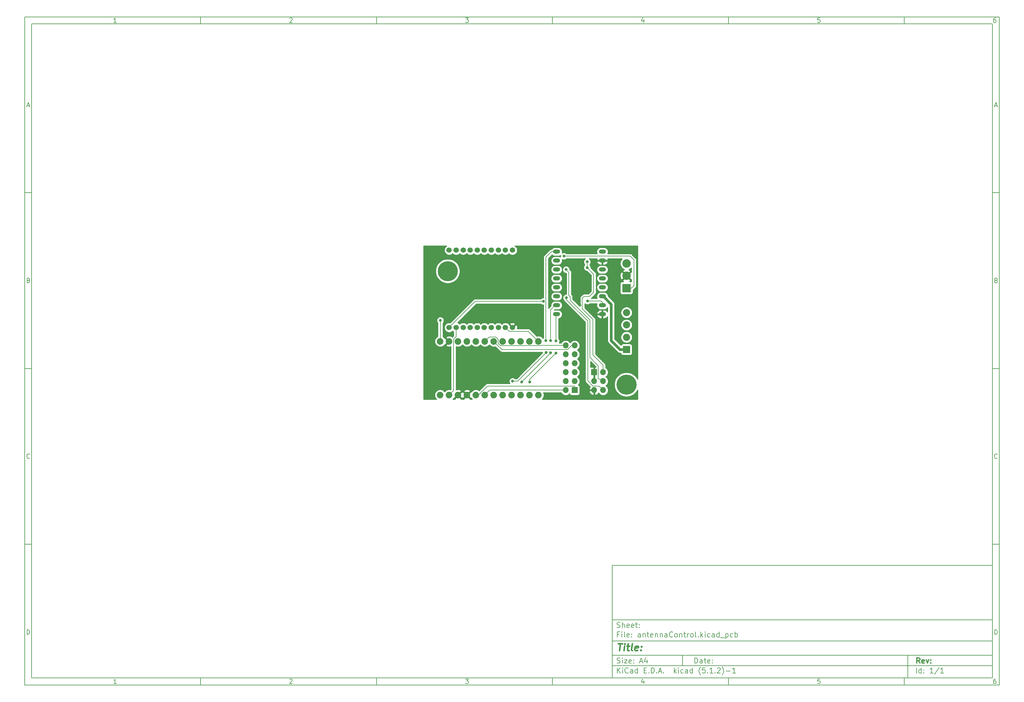
<source format=gbr>
G04 #@! TF.GenerationSoftware,KiCad,Pcbnew,(5.1.2)-1*
G04 #@! TF.CreationDate,2019-05-30T12:40:22+02:00*
G04 #@! TF.ProjectId,antennaControl,616e7465-6e6e-4614-936f-6e74726f6c2e,rev?*
G04 #@! TF.SameCoordinates,Original*
G04 #@! TF.FileFunction,Copper,L2,Bot*
G04 #@! TF.FilePolarity,Positive*
%FSLAX46Y46*%
G04 Gerber Fmt 4.6, Leading zero omitted, Abs format (unit mm)*
G04 Created by KiCad (PCBNEW (5.1.2)-1) date 2019-05-30 12:40:22*
%MOMM*%
%LPD*%
G04 APERTURE LIST*
%ADD10C,0.100000*%
%ADD11C,0.150000*%
%ADD12C,0.300000*%
%ADD13C,0.400000*%
%ADD14C,5.700000*%
%ADD15C,1.524000*%
%ADD16C,1.879600*%
%ADD17R,2.413000X2.413000*%
%ADD18C,2.413000*%
%ADD19O,2.000000X1.200000*%
%ADD20R,1.700000X1.700000*%
%ADD21O,1.700000X1.700000*%
%ADD22R,2.032000X2.032000*%
%ADD23C,2.032000*%
%ADD24C,0.800000*%
%ADD25C,0.200000*%
%ADD26C,0.250000*%
%ADD27C,0.800000*%
%ADD28C,0.254000*%
G04 APERTURE END LIST*
D10*
D11*
X177002200Y-166007200D02*
X177002200Y-198007200D01*
X285002200Y-198007200D01*
X285002200Y-166007200D01*
X177002200Y-166007200D01*
D10*
D11*
X10000000Y-10000000D02*
X10000000Y-200007200D01*
X287002200Y-200007200D01*
X287002200Y-10000000D01*
X10000000Y-10000000D01*
D10*
D11*
X12000000Y-12000000D02*
X12000000Y-198007200D01*
X285002200Y-198007200D01*
X285002200Y-12000000D01*
X12000000Y-12000000D01*
D10*
D11*
X60000000Y-12000000D02*
X60000000Y-10000000D01*
D10*
D11*
X110000000Y-12000000D02*
X110000000Y-10000000D01*
D10*
D11*
X160000000Y-12000000D02*
X160000000Y-10000000D01*
D10*
D11*
X210000000Y-12000000D02*
X210000000Y-10000000D01*
D10*
D11*
X260000000Y-12000000D02*
X260000000Y-10000000D01*
D10*
D11*
X36065476Y-11588095D02*
X35322619Y-11588095D01*
X35694047Y-11588095D02*
X35694047Y-10288095D01*
X35570238Y-10473809D01*
X35446428Y-10597619D01*
X35322619Y-10659523D01*
D10*
D11*
X85322619Y-10411904D02*
X85384523Y-10350000D01*
X85508333Y-10288095D01*
X85817857Y-10288095D01*
X85941666Y-10350000D01*
X86003571Y-10411904D01*
X86065476Y-10535714D01*
X86065476Y-10659523D01*
X86003571Y-10845238D01*
X85260714Y-11588095D01*
X86065476Y-11588095D01*
D10*
D11*
X135260714Y-10288095D02*
X136065476Y-10288095D01*
X135632142Y-10783333D01*
X135817857Y-10783333D01*
X135941666Y-10845238D01*
X136003571Y-10907142D01*
X136065476Y-11030952D01*
X136065476Y-11340476D01*
X136003571Y-11464285D01*
X135941666Y-11526190D01*
X135817857Y-11588095D01*
X135446428Y-11588095D01*
X135322619Y-11526190D01*
X135260714Y-11464285D01*
D10*
D11*
X185941666Y-10721428D02*
X185941666Y-11588095D01*
X185632142Y-10226190D02*
X185322619Y-11154761D01*
X186127380Y-11154761D01*
D10*
D11*
X236003571Y-10288095D02*
X235384523Y-10288095D01*
X235322619Y-10907142D01*
X235384523Y-10845238D01*
X235508333Y-10783333D01*
X235817857Y-10783333D01*
X235941666Y-10845238D01*
X236003571Y-10907142D01*
X236065476Y-11030952D01*
X236065476Y-11340476D01*
X236003571Y-11464285D01*
X235941666Y-11526190D01*
X235817857Y-11588095D01*
X235508333Y-11588095D01*
X235384523Y-11526190D01*
X235322619Y-11464285D01*
D10*
D11*
X285941666Y-10288095D02*
X285694047Y-10288095D01*
X285570238Y-10350000D01*
X285508333Y-10411904D01*
X285384523Y-10597619D01*
X285322619Y-10845238D01*
X285322619Y-11340476D01*
X285384523Y-11464285D01*
X285446428Y-11526190D01*
X285570238Y-11588095D01*
X285817857Y-11588095D01*
X285941666Y-11526190D01*
X286003571Y-11464285D01*
X286065476Y-11340476D01*
X286065476Y-11030952D01*
X286003571Y-10907142D01*
X285941666Y-10845238D01*
X285817857Y-10783333D01*
X285570238Y-10783333D01*
X285446428Y-10845238D01*
X285384523Y-10907142D01*
X285322619Y-11030952D01*
D10*
D11*
X60000000Y-198007200D02*
X60000000Y-200007200D01*
D10*
D11*
X110000000Y-198007200D02*
X110000000Y-200007200D01*
D10*
D11*
X160000000Y-198007200D02*
X160000000Y-200007200D01*
D10*
D11*
X210000000Y-198007200D02*
X210000000Y-200007200D01*
D10*
D11*
X260000000Y-198007200D02*
X260000000Y-200007200D01*
D10*
D11*
X36065476Y-199595295D02*
X35322619Y-199595295D01*
X35694047Y-199595295D02*
X35694047Y-198295295D01*
X35570238Y-198481009D01*
X35446428Y-198604819D01*
X35322619Y-198666723D01*
D10*
D11*
X85322619Y-198419104D02*
X85384523Y-198357200D01*
X85508333Y-198295295D01*
X85817857Y-198295295D01*
X85941666Y-198357200D01*
X86003571Y-198419104D01*
X86065476Y-198542914D01*
X86065476Y-198666723D01*
X86003571Y-198852438D01*
X85260714Y-199595295D01*
X86065476Y-199595295D01*
D10*
D11*
X135260714Y-198295295D02*
X136065476Y-198295295D01*
X135632142Y-198790533D01*
X135817857Y-198790533D01*
X135941666Y-198852438D01*
X136003571Y-198914342D01*
X136065476Y-199038152D01*
X136065476Y-199347676D01*
X136003571Y-199471485D01*
X135941666Y-199533390D01*
X135817857Y-199595295D01*
X135446428Y-199595295D01*
X135322619Y-199533390D01*
X135260714Y-199471485D01*
D10*
D11*
X185941666Y-198728628D02*
X185941666Y-199595295D01*
X185632142Y-198233390D02*
X185322619Y-199161961D01*
X186127380Y-199161961D01*
D10*
D11*
X236003571Y-198295295D02*
X235384523Y-198295295D01*
X235322619Y-198914342D01*
X235384523Y-198852438D01*
X235508333Y-198790533D01*
X235817857Y-198790533D01*
X235941666Y-198852438D01*
X236003571Y-198914342D01*
X236065476Y-199038152D01*
X236065476Y-199347676D01*
X236003571Y-199471485D01*
X235941666Y-199533390D01*
X235817857Y-199595295D01*
X235508333Y-199595295D01*
X235384523Y-199533390D01*
X235322619Y-199471485D01*
D10*
D11*
X285941666Y-198295295D02*
X285694047Y-198295295D01*
X285570238Y-198357200D01*
X285508333Y-198419104D01*
X285384523Y-198604819D01*
X285322619Y-198852438D01*
X285322619Y-199347676D01*
X285384523Y-199471485D01*
X285446428Y-199533390D01*
X285570238Y-199595295D01*
X285817857Y-199595295D01*
X285941666Y-199533390D01*
X286003571Y-199471485D01*
X286065476Y-199347676D01*
X286065476Y-199038152D01*
X286003571Y-198914342D01*
X285941666Y-198852438D01*
X285817857Y-198790533D01*
X285570238Y-198790533D01*
X285446428Y-198852438D01*
X285384523Y-198914342D01*
X285322619Y-199038152D01*
D10*
D11*
X10000000Y-60000000D02*
X12000000Y-60000000D01*
D10*
D11*
X10000000Y-110000000D02*
X12000000Y-110000000D01*
D10*
D11*
X10000000Y-160000000D02*
X12000000Y-160000000D01*
D10*
D11*
X10690476Y-35216666D02*
X11309523Y-35216666D01*
X10566666Y-35588095D02*
X11000000Y-34288095D01*
X11433333Y-35588095D01*
D10*
D11*
X11092857Y-84907142D02*
X11278571Y-84969047D01*
X11340476Y-85030952D01*
X11402380Y-85154761D01*
X11402380Y-85340476D01*
X11340476Y-85464285D01*
X11278571Y-85526190D01*
X11154761Y-85588095D01*
X10659523Y-85588095D01*
X10659523Y-84288095D01*
X11092857Y-84288095D01*
X11216666Y-84350000D01*
X11278571Y-84411904D01*
X11340476Y-84535714D01*
X11340476Y-84659523D01*
X11278571Y-84783333D01*
X11216666Y-84845238D01*
X11092857Y-84907142D01*
X10659523Y-84907142D01*
D10*
D11*
X11402380Y-135464285D02*
X11340476Y-135526190D01*
X11154761Y-135588095D01*
X11030952Y-135588095D01*
X10845238Y-135526190D01*
X10721428Y-135402380D01*
X10659523Y-135278571D01*
X10597619Y-135030952D01*
X10597619Y-134845238D01*
X10659523Y-134597619D01*
X10721428Y-134473809D01*
X10845238Y-134350000D01*
X11030952Y-134288095D01*
X11154761Y-134288095D01*
X11340476Y-134350000D01*
X11402380Y-134411904D01*
D10*
D11*
X10659523Y-185588095D02*
X10659523Y-184288095D01*
X10969047Y-184288095D01*
X11154761Y-184350000D01*
X11278571Y-184473809D01*
X11340476Y-184597619D01*
X11402380Y-184845238D01*
X11402380Y-185030952D01*
X11340476Y-185278571D01*
X11278571Y-185402380D01*
X11154761Y-185526190D01*
X10969047Y-185588095D01*
X10659523Y-185588095D01*
D10*
D11*
X287002200Y-60000000D02*
X285002200Y-60000000D01*
D10*
D11*
X287002200Y-110000000D02*
X285002200Y-110000000D01*
D10*
D11*
X287002200Y-160000000D02*
X285002200Y-160000000D01*
D10*
D11*
X285692676Y-35216666D02*
X286311723Y-35216666D01*
X285568866Y-35588095D02*
X286002200Y-34288095D01*
X286435533Y-35588095D01*
D10*
D11*
X286095057Y-84907142D02*
X286280771Y-84969047D01*
X286342676Y-85030952D01*
X286404580Y-85154761D01*
X286404580Y-85340476D01*
X286342676Y-85464285D01*
X286280771Y-85526190D01*
X286156961Y-85588095D01*
X285661723Y-85588095D01*
X285661723Y-84288095D01*
X286095057Y-84288095D01*
X286218866Y-84350000D01*
X286280771Y-84411904D01*
X286342676Y-84535714D01*
X286342676Y-84659523D01*
X286280771Y-84783333D01*
X286218866Y-84845238D01*
X286095057Y-84907142D01*
X285661723Y-84907142D01*
D10*
D11*
X286404580Y-135464285D02*
X286342676Y-135526190D01*
X286156961Y-135588095D01*
X286033152Y-135588095D01*
X285847438Y-135526190D01*
X285723628Y-135402380D01*
X285661723Y-135278571D01*
X285599819Y-135030952D01*
X285599819Y-134845238D01*
X285661723Y-134597619D01*
X285723628Y-134473809D01*
X285847438Y-134350000D01*
X286033152Y-134288095D01*
X286156961Y-134288095D01*
X286342676Y-134350000D01*
X286404580Y-134411904D01*
D10*
D11*
X285661723Y-185588095D02*
X285661723Y-184288095D01*
X285971247Y-184288095D01*
X286156961Y-184350000D01*
X286280771Y-184473809D01*
X286342676Y-184597619D01*
X286404580Y-184845238D01*
X286404580Y-185030952D01*
X286342676Y-185278571D01*
X286280771Y-185402380D01*
X286156961Y-185526190D01*
X285971247Y-185588095D01*
X285661723Y-185588095D01*
D10*
D11*
X200434342Y-193785771D02*
X200434342Y-192285771D01*
X200791485Y-192285771D01*
X201005771Y-192357200D01*
X201148628Y-192500057D01*
X201220057Y-192642914D01*
X201291485Y-192928628D01*
X201291485Y-193142914D01*
X201220057Y-193428628D01*
X201148628Y-193571485D01*
X201005771Y-193714342D01*
X200791485Y-193785771D01*
X200434342Y-193785771D01*
X202577200Y-193785771D02*
X202577200Y-193000057D01*
X202505771Y-192857200D01*
X202362914Y-192785771D01*
X202077200Y-192785771D01*
X201934342Y-192857200D01*
X202577200Y-193714342D02*
X202434342Y-193785771D01*
X202077200Y-193785771D01*
X201934342Y-193714342D01*
X201862914Y-193571485D01*
X201862914Y-193428628D01*
X201934342Y-193285771D01*
X202077200Y-193214342D01*
X202434342Y-193214342D01*
X202577200Y-193142914D01*
X203077200Y-192785771D02*
X203648628Y-192785771D01*
X203291485Y-192285771D02*
X203291485Y-193571485D01*
X203362914Y-193714342D01*
X203505771Y-193785771D01*
X203648628Y-193785771D01*
X204720057Y-193714342D02*
X204577200Y-193785771D01*
X204291485Y-193785771D01*
X204148628Y-193714342D01*
X204077200Y-193571485D01*
X204077200Y-193000057D01*
X204148628Y-192857200D01*
X204291485Y-192785771D01*
X204577200Y-192785771D01*
X204720057Y-192857200D01*
X204791485Y-193000057D01*
X204791485Y-193142914D01*
X204077200Y-193285771D01*
X205434342Y-193642914D02*
X205505771Y-193714342D01*
X205434342Y-193785771D01*
X205362914Y-193714342D01*
X205434342Y-193642914D01*
X205434342Y-193785771D01*
X205434342Y-192857200D02*
X205505771Y-192928628D01*
X205434342Y-193000057D01*
X205362914Y-192928628D01*
X205434342Y-192857200D01*
X205434342Y-193000057D01*
D10*
D11*
X177002200Y-194507200D02*
X285002200Y-194507200D01*
D10*
D11*
X178434342Y-196585771D02*
X178434342Y-195085771D01*
X179291485Y-196585771D02*
X178648628Y-195728628D01*
X179291485Y-195085771D02*
X178434342Y-195942914D01*
X179934342Y-196585771D02*
X179934342Y-195585771D01*
X179934342Y-195085771D02*
X179862914Y-195157200D01*
X179934342Y-195228628D01*
X180005771Y-195157200D01*
X179934342Y-195085771D01*
X179934342Y-195228628D01*
X181505771Y-196442914D02*
X181434342Y-196514342D01*
X181220057Y-196585771D01*
X181077200Y-196585771D01*
X180862914Y-196514342D01*
X180720057Y-196371485D01*
X180648628Y-196228628D01*
X180577200Y-195942914D01*
X180577200Y-195728628D01*
X180648628Y-195442914D01*
X180720057Y-195300057D01*
X180862914Y-195157200D01*
X181077200Y-195085771D01*
X181220057Y-195085771D01*
X181434342Y-195157200D01*
X181505771Y-195228628D01*
X182791485Y-196585771D02*
X182791485Y-195800057D01*
X182720057Y-195657200D01*
X182577200Y-195585771D01*
X182291485Y-195585771D01*
X182148628Y-195657200D01*
X182791485Y-196514342D02*
X182648628Y-196585771D01*
X182291485Y-196585771D01*
X182148628Y-196514342D01*
X182077200Y-196371485D01*
X182077200Y-196228628D01*
X182148628Y-196085771D01*
X182291485Y-196014342D01*
X182648628Y-196014342D01*
X182791485Y-195942914D01*
X184148628Y-196585771D02*
X184148628Y-195085771D01*
X184148628Y-196514342D02*
X184005771Y-196585771D01*
X183720057Y-196585771D01*
X183577200Y-196514342D01*
X183505771Y-196442914D01*
X183434342Y-196300057D01*
X183434342Y-195871485D01*
X183505771Y-195728628D01*
X183577200Y-195657200D01*
X183720057Y-195585771D01*
X184005771Y-195585771D01*
X184148628Y-195657200D01*
X186005771Y-195800057D02*
X186505771Y-195800057D01*
X186720057Y-196585771D02*
X186005771Y-196585771D01*
X186005771Y-195085771D01*
X186720057Y-195085771D01*
X187362914Y-196442914D02*
X187434342Y-196514342D01*
X187362914Y-196585771D01*
X187291485Y-196514342D01*
X187362914Y-196442914D01*
X187362914Y-196585771D01*
X188077200Y-196585771D02*
X188077200Y-195085771D01*
X188434342Y-195085771D01*
X188648628Y-195157200D01*
X188791485Y-195300057D01*
X188862914Y-195442914D01*
X188934342Y-195728628D01*
X188934342Y-195942914D01*
X188862914Y-196228628D01*
X188791485Y-196371485D01*
X188648628Y-196514342D01*
X188434342Y-196585771D01*
X188077200Y-196585771D01*
X189577200Y-196442914D02*
X189648628Y-196514342D01*
X189577200Y-196585771D01*
X189505771Y-196514342D01*
X189577200Y-196442914D01*
X189577200Y-196585771D01*
X190220057Y-196157200D02*
X190934342Y-196157200D01*
X190077200Y-196585771D02*
X190577200Y-195085771D01*
X191077200Y-196585771D01*
X191577200Y-196442914D02*
X191648628Y-196514342D01*
X191577200Y-196585771D01*
X191505771Y-196514342D01*
X191577200Y-196442914D01*
X191577200Y-196585771D01*
X194577200Y-196585771D02*
X194577200Y-195085771D01*
X194720057Y-196014342D02*
X195148628Y-196585771D01*
X195148628Y-195585771D02*
X194577200Y-196157200D01*
X195791485Y-196585771D02*
X195791485Y-195585771D01*
X195791485Y-195085771D02*
X195720057Y-195157200D01*
X195791485Y-195228628D01*
X195862914Y-195157200D01*
X195791485Y-195085771D01*
X195791485Y-195228628D01*
X197148628Y-196514342D02*
X197005771Y-196585771D01*
X196720057Y-196585771D01*
X196577200Y-196514342D01*
X196505771Y-196442914D01*
X196434342Y-196300057D01*
X196434342Y-195871485D01*
X196505771Y-195728628D01*
X196577200Y-195657200D01*
X196720057Y-195585771D01*
X197005771Y-195585771D01*
X197148628Y-195657200D01*
X198434342Y-196585771D02*
X198434342Y-195800057D01*
X198362914Y-195657200D01*
X198220057Y-195585771D01*
X197934342Y-195585771D01*
X197791485Y-195657200D01*
X198434342Y-196514342D02*
X198291485Y-196585771D01*
X197934342Y-196585771D01*
X197791485Y-196514342D01*
X197720057Y-196371485D01*
X197720057Y-196228628D01*
X197791485Y-196085771D01*
X197934342Y-196014342D01*
X198291485Y-196014342D01*
X198434342Y-195942914D01*
X199791485Y-196585771D02*
X199791485Y-195085771D01*
X199791485Y-196514342D02*
X199648628Y-196585771D01*
X199362914Y-196585771D01*
X199220057Y-196514342D01*
X199148628Y-196442914D01*
X199077200Y-196300057D01*
X199077200Y-195871485D01*
X199148628Y-195728628D01*
X199220057Y-195657200D01*
X199362914Y-195585771D01*
X199648628Y-195585771D01*
X199791485Y-195657200D01*
X202077200Y-197157200D02*
X202005771Y-197085771D01*
X201862914Y-196871485D01*
X201791485Y-196728628D01*
X201720057Y-196514342D01*
X201648628Y-196157200D01*
X201648628Y-195871485D01*
X201720057Y-195514342D01*
X201791485Y-195300057D01*
X201862914Y-195157200D01*
X202005771Y-194942914D01*
X202077200Y-194871485D01*
X203362914Y-195085771D02*
X202648628Y-195085771D01*
X202577200Y-195800057D01*
X202648628Y-195728628D01*
X202791485Y-195657200D01*
X203148628Y-195657200D01*
X203291485Y-195728628D01*
X203362914Y-195800057D01*
X203434342Y-195942914D01*
X203434342Y-196300057D01*
X203362914Y-196442914D01*
X203291485Y-196514342D01*
X203148628Y-196585771D01*
X202791485Y-196585771D01*
X202648628Y-196514342D01*
X202577200Y-196442914D01*
X204077200Y-196442914D02*
X204148628Y-196514342D01*
X204077200Y-196585771D01*
X204005771Y-196514342D01*
X204077200Y-196442914D01*
X204077200Y-196585771D01*
X205577200Y-196585771D02*
X204720057Y-196585771D01*
X205148628Y-196585771D02*
X205148628Y-195085771D01*
X205005771Y-195300057D01*
X204862914Y-195442914D01*
X204720057Y-195514342D01*
X206220057Y-196442914D02*
X206291485Y-196514342D01*
X206220057Y-196585771D01*
X206148628Y-196514342D01*
X206220057Y-196442914D01*
X206220057Y-196585771D01*
X206862914Y-195228628D02*
X206934342Y-195157200D01*
X207077200Y-195085771D01*
X207434342Y-195085771D01*
X207577200Y-195157200D01*
X207648628Y-195228628D01*
X207720057Y-195371485D01*
X207720057Y-195514342D01*
X207648628Y-195728628D01*
X206791485Y-196585771D01*
X207720057Y-196585771D01*
X208220057Y-197157200D02*
X208291485Y-197085771D01*
X208434342Y-196871485D01*
X208505771Y-196728628D01*
X208577200Y-196514342D01*
X208648628Y-196157200D01*
X208648628Y-195871485D01*
X208577200Y-195514342D01*
X208505771Y-195300057D01*
X208434342Y-195157200D01*
X208291485Y-194942914D01*
X208220057Y-194871485D01*
X209362914Y-196014342D02*
X210505771Y-196014342D01*
X212005771Y-196585771D02*
X211148628Y-196585771D01*
X211577200Y-196585771D02*
X211577200Y-195085771D01*
X211434342Y-195300057D01*
X211291485Y-195442914D01*
X211148628Y-195514342D01*
D10*
D11*
X177002200Y-191507200D02*
X285002200Y-191507200D01*
D10*
D12*
X264411485Y-193785771D02*
X263911485Y-193071485D01*
X263554342Y-193785771D02*
X263554342Y-192285771D01*
X264125771Y-192285771D01*
X264268628Y-192357200D01*
X264340057Y-192428628D01*
X264411485Y-192571485D01*
X264411485Y-192785771D01*
X264340057Y-192928628D01*
X264268628Y-193000057D01*
X264125771Y-193071485D01*
X263554342Y-193071485D01*
X265625771Y-193714342D02*
X265482914Y-193785771D01*
X265197200Y-193785771D01*
X265054342Y-193714342D01*
X264982914Y-193571485D01*
X264982914Y-193000057D01*
X265054342Y-192857200D01*
X265197200Y-192785771D01*
X265482914Y-192785771D01*
X265625771Y-192857200D01*
X265697200Y-193000057D01*
X265697200Y-193142914D01*
X264982914Y-193285771D01*
X266197200Y-192785771D02*
X266554342Y-193785771D01*
X266911485Y-192785771D01*
X267482914Y-193642914D02*
X267554342Y-193714342D01*
X267482914Y-193785771D01*
X267411485Y-193714342D01*
X267482914Y-193642914D01*
X267482914Y-193785771D01*
X267482914Y-192857200D02*
X267554342Y-192928628D01*
X267482914Y-193000057D01*
X267411485Y-192928628D01*
X267482914Y-192857200D01*
X267482914Y-193000057D01*
D10*
D11*
X178362914Y-193714342D02*
X178577200Y-193785771D01*
X178934342Y-193785771D01*
X179077200Y-193714342D01*
X179148628Y-193642914D01*
X179220057Y-193500057D01*
X179220057Y-193357200D01*
X179148628Y-193214342D01*
X179077200Y-193142914D01*
X178934342Y-193071485D01*
X178648628Y-193000057D01*
X178505771Y-192928628D01*
X178434342Y-192857200D01*
X178362914Y-192714342D01*
X178362914Y-192571485D01*
X178434342Y-192428628D01*
X178505771Y-192357200D01*
X178648628Y-192285771D01*
X179005771Y-192285771D01*
X179220057Y-192357200D01*
X179862914Y-193785771D02*
X179862914Y-192785771D01*
X179862914Y-192285771D02*
X179791485Y-192357200D01*
X179862914Y-192428628D01*
X179934342Y-192357200D01*
X179862914Y-192285771D01*
X179862914Y-192428628D01*
X180434342Y-192785771D02*
X181220057Y-192785771D01*
X180434342Y-193785771D01*
X181220057Y-193785771D01*
X182362914Y-193714342D02*
X182220057Y-193785771D01*
X181934342Y-193785771D01*
X181791485Y-193714342D01*
X181720057Y-193571485D01*
X181720057Y-193000057D01*
X181791485Y-192857200D01*
X181934342Y-192785771D01*
X182220057Y-192785771D01*
X182362914Y-192857200D01*
X182434342Y-193000057D01*
X182434342Y-193142914D01*
X181720057Y-193285771D01*
X183077200Y-193642914D02*
X183148628Y-193714342D01*
X183077200Y-193785771D01*
X183005771Y-193714342D01*
X183077200Y-193642914D01*
X183077200Y-193785771D01*
X183077200Y-192857200D02*
X183148628Y-192928628D01*
X183077200Y-193000057D01*
X183005771Y-192928628D01*
X183077200Y-192857200D01*
X183077200Y-193000057D01*
X184862914Y-193357200D02*
X185577200Y-193357200D01*
X184720057Y-193785771D02*
X185220057Y-192285771D01*
X185720057Y-193785771D01*
X186862914Y-192785771D02*
X186862914Y-193785771D01*
X186505771Y-192214342D02*
X186148628Y-193285771D01*
X187077200Y-193285771D01*
D10*
D11*
X263434342Y-196585771D02*
X263434342Y-195085771D01*
X264791485Y-196585771D02*
X264791485Y-195085771D01*
X264791485Y-196514342D02*
X264648628Y-196585771D01*
X264362914Y-196585771D01*
X264220057Y-196514342D01*
X264148628Y-196442914D01*
X264077200Y-196300057D01*
X264077200Y-195871485D01*
X264148628Y-195728628D01*
X264220057Y-195657200D01*
X264362914Y-195585771D01*
X264648628Y-195585771D01*
X264791485Y-195657200D01*
X265505771Y-196442914D02*
X265577200Y-196514342D01*
X265505771Y-196585771D01*
X265434342Y-196514342D01*
X265505771Y-196442914D01*
X265505771Y-196585771D01*
X265505771Y-195657200D02*
X265577200Y-195728628D01*
X265505771Y-195800057D01*
X265434342Y-195728628D01*
X265505771Y-195657200D01*
X265505771Y-195800057D01*
X268148628Y-196585771D02*
X267291485Y-196585771D01*
X267720057Y-196585771D02*
X267720057Y-195085771D01*
X267577200Y-195300057D01*
X267434342Y-195442914D01*
X267291485Y-195514342D01*
X269862914Y-195014342D02*
X268577200Y-196942914D01*
X271148628Y-196585771D02*
X270291485Y-196585771D01*
X270720057Y-196585771D02*
X270720057Y-195085771D01*
X270577200Y-195300057D01*
X270434342Y-195442914D01*
X270291485Y-195514342D01*
D10*
D11*
X177002200Y-187507200D02*
X285002200Y-187507200D01*
D10*
D13*
X178714580Y-188211961D02*
X179857438Y-188211961D01*
X179036009Y-190211961D02*
X179286009Y-188211961D01*
X180274104Y-190211961D02*
X180440771Y-188878628D01*
X180524104Y-188211961D02*
X180416961Y-188307200D01*
X180500295Y-188402438D01*
X180607438Y-188307200D01*
X180524104Y-188211961D01*
X180500295Y-188402438D01*
X181107438Y-188878628D02*
X181869342Y-188878628D01*
X181476485Y-188211961D02*
X181262200Y-189926247D01*
X181333628Y-190116723D01*
X181512200Y-190211961D01*
X181702676Y-190211961D01*
X182655057Y-190211961D02*
X182476485Y-190116723D01*
X182405057Y-189926247D01*
X182619342Y-188211961D01*
X184190771Y-190116723D02*
X183988390Y-190211961D01*
X183607438Y-190211961D01*
X183428866Y-190116723D01*
X183357438Y-189926247D01*
X183452676Y-189164342D01*
X183571723Y-188973866D01*
X183774104Y-188878628D01*
X184155057Y-188878628D01*
X184333628Y-188973866D01*
X184405057Y-189164342D01*
X184381247Y-189354819D01*
X183405057Y-189545295D01*
X185155057Y-190021485D02*
X185238390Y-190116723D01*
X185131247Y-190211961D01*
X185047914Y-190116723D01*
X185155057Y-190021485D01*
X185131247Y-190211961D01*
X185286009Y-188973866D02*
X185369342Y-189069104D01*
X185262200Y-189164342D01*
X185178866Y-189069104D01*
X185286009Y-188973866D01*
X185262200Y-189164342D01*
D10*
D11*
X178934342Y-185600057D02*
X178434342Y-185600057D01*
X178434342Y-186385771D02*
X178434342Y-184885771D01*
X179148628Y-184885771D01*
X179720057Y-186385771D02*
X179720057Y-185385771D01*
X179720057Y-184885771D02*
X179648628Y-184957200D01*
X179720057Y-185028628D01*
X179791485Y-184957200D01*
X179720057Y-184885771D01*
X179720057Y-185028628D01*
X180648628Y-186385771D02*
X180505771Y-186314342D01*
X180434342Y-186171485D01*
X180434342Y-184885771D01*
X181791485Y-186314342D02*
X181648628Y-186385771D01*
X181362914Y-186385771D01*
X181220057Y-186314342D01*
X181148628Y-186171485D01*
X181148628Y-185600057D01*
X181220057Y-185457200D01*
X181362914Y-185385771D01*
X181648628Y-185385771D01*
X181791485Y-185457200D01*
X181862914Y-185600057D01*
X181862914Y-185742914D01*
X181148628Y-185885771D01*
X182505771Y-186242914D02*
X182577200Y-186314342D01*
X182505771Y-186385771D01*
X182434342Y-186314342D01*
X182505771Y-186242914D01*
X182505771Y-186385771D01*
X182505771Y-185457200D02*
X182577200Y-185528628D01*
X182505771Y-185600057D01*
X182434342Y-185528628D01*
X182505771Y-185457200D01*
X182505771Y-185600057D01*
X185005771Y-186385771D02*
X185005771Y-185600057D01*
X184934342Y-185457200D01*
X184791485Y-185385771D01*
X184505771Y-185385771D01*
X184362914Y-185457200D01*
X185005771Y-186314342D02*
X184862914Y-186385771D01*
X184505771Y-186385771D01*
X184362914Y-186314342D01*
X184291485Y-186171485D01*
X184291485Y-186028628D01*
X184362914Y-185885771D01*
X184505771Y-185814342D01*
X184862914Y-185814342D01*
X185005771Y-185742914D01*
X185720057Y-185385771D02*
X185720057Y-186385771D01*
X185720057Y-185528628D02*
X185791485Y-185457200D01*
X185934342Y-185385771D01*
X186148628Y-185385771D01*
X186291485Y-185457200D01*
X186362914Y-185600057D01*
X186362914Y-186385771D01*
X186862914Y-185385771D02*
X187434342Y-185385771D01*
X187077200Y-184885771D02*
X187077200Y-186171485D01*
X187148628Y-186314342D01*
X187291485Y-186385771D01*
X187434342Y-186385771D01*
X188505771Y-186314342D02*
X188362914Y-186385771D01*
X188077200Y-186385771D01*
X187934342Y-186314342D01*
X187862914Y-186171485D01*
X187862914Y-185600057D01*
X187934342Y-185457200D01*
X188077200Y-185385771D01*
X188362914Y-185385771D01*
X188505771Y-185457200D01*
X188577200Y-185600057D01*
X188577200Y-185742914D01*
X187862914Y-185885771D01*
X189220057Y-185385771D02*
X189220057Y-186385771D01*
X189220057Y-185528628D02*
X189291485Y-185457200D01*
X189434342Y-185385771D01*
X189648628Y-185385771D01*
X189791485Y-185457200D01*
X189862914Y-185600057D01*
X189862914Y-186385771D01*
X190577200Y-185385771D02*
X190577200Y-186385771D01*
X190577200Y-185528628D02*
X190648628Y-185457200D01*
X190791485Y-185385771D01*
X191005771Y-185385771D01*
X191148628Y-185457200D01*
X191220057Y-185600057D01*
X191220057Y-186385771D01*
X192577200Y-186385771D02*
X192577200Y-185600057D01*
X192505771Y-185457200D01*
X192362914Y-185385771D01*
X192077200Y-185385771D01*
X191934342Y-185457200D01*
X192577200Y-186314342D02*
X192434342Y-186385771D01*
X192077200Y-186385771D01*
X191934342Y-186314342D01*
X191862914Y-186171485D01*
X191862914Y-186028628D01*
X191934342Y-185885771D01*
X192077200Y-185814342D01*
X192434342Y-185814342D01*
X192577200Y-185742914D01*
X194148628Y-186242914D02*
X194077200Y-186314342D01*
X193862914Y-186385771D01*
X193720057Y-186385771D01*
X193505771Y-186314342D01*
X193362914Y-186171485D01*
X193291485Y-186028628D01*
X193220057Y-185742914D01*
X193220057Y-185528628D01*
X193291485Y-185242914D01*
X193362914Y-185100057D01*
X193505771Y-184957200D01*
X193720057Y-184885771D01*
X193862914Y-184885771D01*
X194077200Y-184957200D01*
X194148628Y-185028628D01*
X195005771Y-186385771D02*
X194862914Y-186314342D01*
X194791485Y-186242914D01*
X194720057Y-186100057D01*
X194720057Y-185671485D01*
X194791485Y-185528628D01*
X194862914Y-185457200D01*
X195005771Y-185385771D01*
X195220057Y-185385771D01*
X195362914Y-185457200D01*
X195434342Y-185528628D01*
X195505771Y-185671485D01*
X195505771Y-186100057D01*
X195434342Y-186242914D01*
X195362914Y-186314342D01*
X195220057Y-186385771D01*
X195005771Y-186385771D01*
X196148628Y-185385771D02*
X196148628Y-186385771D01*
X196148628Y-185528628D02*
X196220057Y-185457200D01*
X196362914Y-185385771D01*
X196577200Y-185385771D01*
X196720057Y-185457200D01*
X196791485Y-185600057D01*
X196791485Y-186385771D01*
X197291485Y-185385771D02*
X197862914Y-185385771D01*
X197505771Y-184885771D02*
X197505771Y-186171485D01*
X197577200Y-186314342D01*
X197720057Y-186385771D01*
X197862914Y-186385771D01*
X198362914Y-186385771D02*
X198362914Y-185385771D01*
X198362914Y-185671485D02*
X198434342Y-185528628D01*
X198505771Y-185457200D01*
X198648628Y-185385771D01*
X198791485Y-185385771D01*
X199505771Y-186385771D02*
X199362914Y-186314342D01*
X199291485Y-186242914D01*
X199220057Y-186100057D01*
X199220057Y-185671485D01*
X199291485Y-185528628D01*
X199362914Y-185457200D01*
X199505771Y-185385771D01*
X199720057Y-185385771D01*
X199862914Y-185457200D01*
X199934342Y-185528628D01*
X200005771Y-185671485D01*
X200005771Y-186100057D01*
X199934342Y-186242914D01*
X199862914Y-186314342D01*
X199720057Y-186385771D01*
X199505771Y-186385771D01*
X200862914Y-186385771D02*
X200720057Y-186314342D01*
X200648628Y-186171485D01*
X200648628Y-184885771D01*
X201434342Y-186242914D02*
X201505771Y-186314342D01*
X201434342Y-186385771D01*
X201362914Y-186314342D01*
X201434342Y-186242914D01*
X201434342Y-186385771D01*
X202148628Y-186385771D02*
X202148628Y-184885771D01*
X202291485Y-185814342D02*
X202720057Y-186385771D01*
X202720057Y-185385771D02*
X202148628Y-185957200D01*
X203362914Y-186385771D02*
X203362914Y-185385771D01*
X203362914Y-184885771D02*
X203291485Y-184957200D01*
X203362914Y-185028628D01*
X203434342Y-184957200D01*
X203362914Y-184885771D01*
X203362914Y-185028628D01*
X204720057Y-186314342D02*
X204577200Y-186385771D01*
X204291485Y-186385771D01*
X204148628Y-186314342D01*
X204077200Y-186242914D01*
X204005771Y-186100057D01*
X204005771Y-185671485D01*
X204077200Y-185528628D01*
X204148628Y-185457200D01*
X204291485Y-185385771D01*
X204577200Y-185385771D01*
X204720057Y-185457200D01*
X206005771Y-186385771D02*
X206005771Y-185600057D01*
X205934342Y-185457200D01*
X205791485Y-185385771D01*
X205505771Y-185385771D01*
X205362914Y-185457200D01*
X206005771Y-186314342D02*
X205862914Y-186385771D01*
X205505771Y-186385771D01*
X205362914Y-186314342D01*
X205291485Y-186171485D01*
X205291485Y-186028628D01*
X205362914Y-185885771D01*
X205505771Y-185814342D01*
X205862914Y-185814342D01*
X206005771Y-185742914D01*
X207362914Y-186385771D02*
X207362914Y-184885771D01*
X207362914Y-186314342D02*
X207220057Y-186385771D01*
X206934342Y-186385771D01*
X206791485Y-186314342D01*
X206720057Y-186242914D01*
X206648628Y-186100057D01*
X206648628Y-185671485D01*
X206720057Y-185528628D01*
X206791485Y-185457200D01*
X206934342Y-185385771D01*
X207220057Y-185385771D01*
X207362914Y-185457200D01*
X207720057Y-186528628D02*
X208862914Y-186528628D01*
X209220057Y-185385771D02*
X209220057Y-186885771D01*
X209220057Y-185457200D02*
X209362914Y-185385771D01*
X209648628Y-185385771D01*
X209791485Y-185457200D01*
X209862914Y-185528628D01*
X209934342Y-185671485D01*
X209934342Y-186100057D01*
X209862914Y-186242914D01*
X209791485Y-186314342D01*
X209648628Y-186385771D01*
X209362914Y-186385771D01*
X209220057Y-186314342D01*
X211220057Y-186314342D02*
X211077200Y-186385771D01*
X210791485Y-186385771D01*
X210648628Y-186314342D01*
X210577200Y-186242914D01*
X210505771Y-186100057D01*
X210505771Y-185671485D01*
X210577200Y-185528628D01*
X210648628Y-185457200D01*
X210791485Y-185385771D01*
X211077200Y-185385771D01*
X211220057Y-185457200D01*
X211862914Y-186385771D02*
X211862914Y-184885771D01*
X211862914Y-185457200D02*
X212005771Y-185385771D01*
X212291485Y-185385771D01*
X212434342Y-185457200D01*
X212505771Y-185528628D01*
X212577200Y-185671485D01*
X212577200Y-186100057D01*
X212505771Y-186242914D01*
X212434342Y-186314342D01*
X212291485Y-186385771D01*
X212005771Y-186385771D01*
X211862914Y-186314342D01*
D10*
D11*
X177002200Y-181507200D02*
X285002200Y-181507200D01*
D10*
D11*
X178362914Y-183614342D02*
X178577200Y-183685771D01*
X178934342Y-183685771D01*
X179077200Y-183614342D01*
X179148628Y-183542914D01*
X179220057Y-183400057D01*
X179220057Y-183257200D01*
X179148628Y-183114342D01*
X179077200Y-183042914D01*
X178934342Y-182971485D01*
X178648628Y-182900057D01*
X178505771Y-182828628D01*
X178434342Y-182757200D01*
X178362914Y-182614342D01*
X178362914Y-182471485D01*
X178434342Y-182328628D01*
X178505771Y-182257200D01*
X178648628Y-182185771D01*
X179005771Y-182185771D01*
X179220057Y-182257200D01*
X179862914Y-183685771D02*
X179862914Y-182185771D01*
X180505771Y-183685771D02*
X180505771Y-182900057D01*
X180434342Y-182757200D01*
X180291485Y-182685771D01*
X180077200Y-182685771D01*
X179934342Y-182757200D01*
X179862914Y-182828628D01*
X181791485Y-183614342D02*
X181648628Y-183685771D01*
X181362914Y-183685771D01*
X181220057Y-183614342D01*
X181148628Y-183471485D01*
X181148628Y-182900057D01*
X181220057Y-182757200D01*
X181362914Y-182685771D01*
X181648628Y-182685771D01*
X181791485Y-182757200D01*
X181862914Y-182900057D01*
X181862914Y-183042914D01*
X181148628Y-183185771D01*
X183077200Y-183614342D02*
X182934342Y-183685771D01*
X182648628Y-183685771D01*
X182505771Y-183614342D01*
X182434342Y-183471485D01*
X182434342Y-182900057D01*
X182505771Y-182757200D01*
X182648628Y-182685771D01*
X182934342Y-182685771D01*
X183077200Y-182757200D01*
X183148628Y-182900057D01*
X183148628Y-183042914D01*
X182434342Y-183185771D01*
X183577200Y-182685771D02*
X184148628Y-182685771D01*
X183791485Y-182185771D02*
X183791485Y-183471485D01*
X183862914Y-183614342D01*
X184005771Y-183685771D01*
X184148628Y-183685771D01*
X184648628Y-183542914D02*
X184720057Y-183614342D01*
X184648628Y-183685771D01*
X184577200Y-183614342D01*
X184648628Y-183542914D01*
X184648628Y-183685771D01*
X184648628Y-182757200D02*
X184720057Y-182828628D01*
X184648628Y-182900057D01*
X184577200Y-182828628D01*
X184648628Y-182757200D01*
X184648628Y-182900057D01*
D10*
D11*
X197002200Y-191507200D02*
X197002200Y-194507200D01*
D10*
D11*
X261002200Y-191507200D02*
X261002200Y-198007200D01*
D14*
X181038500Y-114554000D03*
X130238500Y-82296000D03*
D15*
X130619500Y-98333560D03*
X132621020Y-98333560D03*
X134620000Y-98333560D03*
X136621520Y-98333560D03*
X138620500Y-98333560D03*
X140619480Y-98333560D03*
X142621000Y-98333560D03*
X144619980Y-98333560D03*
X146621500Y-98333560D03*
X148620480Y-98333560D03*
X148620480Y-76337160D03*
X146621500Y-76337160D03*
X144619980Y-76337160D03*
X142621000Y-76337160D03*
X140619480Y-76337160D03*
X138620500Y-76337160D03*
X136621520Y-76337160D03*
X134620000Y-76337160D03*
X132621020Y-76337160D03*
X130619500Y-76337160D03*
D16*
X128079500Y-117518180D03*
X130619500Y-117518180D03*
X133159500Y-117518180D03*
X135699500Y-117518180D03*
X138239500Y-117518180D03*
X140779500Y-117518180D03*
X143319500Y-117518180D03*
X145859500Y-117518180D03*
X148399500Y-117518180D03*
X150939500Y-117518180D03*
X153479500Y-117518180D03*
X156019500Y-117518180D03*
X156019500Y-102278180D03*
X153479500Y-102278180D03*
X150939500Y-102278180D03*
X148399500Y-102278180D03*
X145859500Y-102278180D03*
X143319500Y-102278180D03*
X140779500Y-102278180D03*
X138239500Y-102278180D03*
X135699500Y-102278180D03*
X133159500Y-102278180D03*
X130619500Y-102278180D03*
X128079500Y-102278180D03*
D17*
X181038500Y-87122000D03*
D18*
X181038500Y-83624420D03*
X181038500Y-80124300D03*
D19*
X161157780Y-94543880D03*
X174157780Y-94543880D03*
X161157780Y-92003880D03*
X174157780Y-92003880D03*
X161157780Y-89463880D03*
X174157780Y-89463880D03*
X161157780Y-86923880D03*
X174157780Y-86923880D03*
X161157780Y-84383880D03*
X174157780Y-84383880D03*
X161157780Y-81843880D03*
X174157780Y-81843880D03*
X161157780Y-79303880D03*
X174157780Y-79303880D03*
X161157780Y-76763880D03*
X174157780Y-76763880D03*
D20*
X171831000Y-111061500D03*
D21*
X174371000Y-111061500D03*
X171831000Y-113601500D03*
X174371000Y-113601500D03*
X171831000Y-116141500D03*
X174371000Y-116141500D03*
X163758880Y-103431340D03*
X166298880Y-103431340D03*
X163758880Y-105971340D03*
X166298880Y-105971340D03*
X163758880Y-108511340D03*
X166298880Y-108511340D03*
X163758880Y-111051340D03*
X166298880Y-111051340D03*
X163758880Y-113591340D03*
X166298880Y-113591340D03*
X163758880Y-116131340D03*
D20*
X166298880Y-116131340D03*
D22*
X181038500Y-104584500D03*
D23*
X181038500Y-101086920D03*
X181038500Y-97586800D03*
X181038500Y-94086680D03*
D24*
X153555700Y-113842800D03*
X161008060Y-105618280D03*
X161008060Y-102171500D03*
X167830500Y-89154000D03*
X167757880Y-92011500D03*
X151267160Y-113797080D03*
X159423100Y-105529380D03*
X159423100Y-102080060D03*
X157432780Y-90891360D03*
X169920920Y-90805000D03*
X163964620Y-89870280D03*
X163863020Y-81843880D03*
X169862500Y-79654400D03*
X169862500Y-81280000D03*
X148663660Y-113601500D03*
X158165800Y-105478580D03*
X158132780Y-102049580D03*
X130619500Y-117518180D03*
X128143000Y-96311720D03*
X163258500Y-78041500D03*
D25*
X153555700Y-113842800D02*
X153555700Y-113070640D01*
X153555700Y-113070640D02*
X161008060Y-105618280D01*
X161008060Y-94693600D02*
X161157780Y-94543880D01*
X161008060Y-102171500D02*
X161008060Y-94693600D01*
D26*
X167830500Y-89154000D02*
X167830500Y-89719685D01*
X167830500Y-89719685D02*
X167830500Y-91938880D01*
X167830500Y-91938880D02*
X167757880Y-92011500D01*
D25*
X151267160Y-113797080D02*
X159423100Y-105641140D01*
X159423100Y-105641140D02*
X159423100Y-105529380D01*
X160757780Y-92003880D02*
X161157780Y-92003880D01*
X159423100Y-93338560D02*
X160757780Y-92003880D01*
X159423100Y-102080060D02*
X159423100Y-93338560D01*
D26*
X174157780Y-92003880D02*
X173757780Y-92003880D01*
D25*
X138491458Y-90891360D02*
X157432780Y-90891360D01*
X130619500Y-98333560D02*
X138061700Y-90891360D01*
X138061700Y-90891360D02*
X138491458Y-90891360D01*
X174157780Y-91203880D02*
X174157780Y-92003880D01*
X173758900Y-90805000D02*
X174157780Y-91203880D01*
X169920920Y-90805000D02*
X173758900Y-90805000D01*
D27*
X174157780Y-89463880D02*
X173757780Y-89463880D01*
X174157780Y-89463880D02*
X174426880Y-89463880D01*
X174426880Y-89463880D02*
X176657000Y-91694000D01*
X179222500Y-104584500D02*
X181038500Y-104584500D01*
X176657000Y-102019000D02*
X179222500Y-104584500D01*
X176657000Y-91694000D02*
X176657000Y-102019000D01*
X174157780Y-86923880D02*
X173757780Y-86923880D01*
D26*
X160757780Y-84383880D02*
X161157780Y-84383880D01*
D25*
X173521001Y-115291501D02*
X174371000Y-116141500D01*
X163964620Y-89870280D02*
X163964620Y-90435965D01*
X170027600Y-96498945D02*
X170027600Y-113500102D01*
X163964620Y-90435965D02*
X170027600Y-96498945D01*
X170027600Y-113500102D02*
X171518997Y-114991499D01*
X171518997Y-114991499D02*
X173220999Y-114991499D01*
X173220999Y-114991499D02*
X173521001Y-115291501D01*
X164664621Y-82645481D02*
X164664621Y-89224081D01*
X163863020Y-81843880D02*
X164664621Y-82645481D01*
X164664621Y-89224081D02*
X165011100Y-89570560D01*
X165011100Y-89570560D02*
X165011100Y-90591640D01*
X165011100Y-90591640D02*
X170639740Y-96220280D01*
X170639740Y-96220280D02*
X170639740Y-105343960D01*
X170639740Y-105343960D02*
X170727600Y-105343960D01*
X173863000Y-113093500D02*
X174371000Y-113601500D01*
X173291500Y-113093500D02*
X173863000Y-113093500D01*
X173037500Y-112839500D02*
X173291500Y-113093500D01*
X173037500Y-109220000D02*
X173037500Y-112839500D01*
X170639740Y-105343960D02*
X170639740Y-106822240D01*
X170639740Y-106822240D02*
X173037500Y-109220000D01*
D27*
X174157780Y-81843880D02*
X173757780Y-81843880D01*
X174157780Y-81843880D02*
X174071280Y-81843880D01*
D25*
X171493180Y-106151680D02*
X174371000Y-109029500D01*
X171493180Y-96039940D02*
X171493180Y-106151680D01*
X168457880Y-93004640D02*
X171493180Y-96039940D01*
X168457880Y-90032840D02*
X168457880Y-93004640D01*
X169862500Y-81335880D02*
X171673520Y-83146900D01*
X169862500Y-79654400D02*
X169862500Y-81280000D01*
X174371000Y-109029500D02*
X174371000Y-111061500D01*
X171673520Y-83146900D02*
X171673520Y-88328500D01*
X171673520Y-88328500D02*
X170492420Y-89509600D01*
X170492420Y-89509600D02*
X168981120Y-89509600D01*
X168981120Y-89509600D02*
X168457880Y-90032840D01*
X169862500Y-81280000D02*
X169862500Y-81335880D01*
X148663660Y-113601500D02*
X150129240Y-113601500D01*
X150129240Y-113601500D02*
X158165800Y-105564940D01*
X158165800Y-105564940D02*
X158165800Y-105478580D01*
X159957780Y-76763880D02*
X161157780Y-76763880D01*
X159754226Y-76763880D02*
X159957780Y-76763880D01*
X158132780Y-78385326D02*
X159754226Y-76763880D01*
X158132780Y-102049580D02*
X158132780Y-78385326D01*
X131559299Y-116578381D02*
X130619500Y-117518180D01*
X131859301Y-116278379D02*
X131559299Y-116578381D01*
X131859301Y-101743473D02*
X131859301Y-116278379D01*
X132621020Y-100981754D02*
X131859301Y-101743473D01*
X132621020Y-98333560D02*
X132621020Y-100981754D01*
X166298880Y-115081340D02*
X166298880Y-116131340D01*
X166198879Y-114981339D02*
X166298880Y-115081340D01*
X141481435Y-114981339D02*
X166198879Y-114981339D01*
X138944594Y-117518180D02*
X141481435Y-114981339D01*
X138239500Y-117518180D02*
X138944594Y-117518180D01*
X142166340Y-116131340D02*
X163758880Y-116131340D01*
X140779500Y-117518180D02*
X142166340Y-116131340D01*
X147383499Y-99095559D02*
X146621500Y-98333560D01*
X147683501Y-99395561D02*
X147383499Y-99095559D01*
X153136881Y-99395561D02*
X147683501Y-99395561D01*
X156019500Y-102278180D02*
X153136881Y-99395561D01*
X144259299Y-103217979D02*
X143319500Y-102278180D01*
X145622661Y-104581341D02*
X144259299Y-103217979D01*
X164310881Y-104581341D02*
X145622661Y-104581341D01*
X165460882Y-103431340D02*
X164310881Y-104581341D01*
X166298880Y-103431340D02*
X165460882Y-103431340D01*
X141719299Y-101338381D02*
X140779500Y-102278180D01*
X142019301Y-101038379D02*
X141719299Y-101338381D01*
X144559301Y-101683075D02*
X143914605Y-101038379D01*
X144559301Y-102837261D02*
X144559301Y-101683075D01*
X145240021Y-103517981D02*
X144559301Y-102837261D01*
X143914605Y-101038379D02*
X142019301Y-101038379D01*
X156614605Y-103517981D02*
X145240021Y-103517981D01*
X156701246Y-103431340D02*
X156614605Y-103517981D01*
X163758880Y-103431340D02*
X156701246Y-103431340D01*
X128143000Y-102214680D02*
X128079500Y-102278180D01*
X128143000Y-96311720D02*
X128143000Y-102214680D01*
X182445000Y-87122000D02*
X183134000Y-86433000D01*
X181038500Y-87122000D02*
X182445000Y-87122000D01*
X183134000Y-86433000D02*
X183134000Y-79990178D01*
X183134000Y-79990178D02*
X183134000Y-79121000D01*
X183134000Y-79121000D02*
X182054500Y-78041500D01*
X182054500Y-78041500D02*
X163258500Y-78041500D01*
D28*
G36*
X142096273Y-103282057D02*
G01*
X142315623Y-103501407D01*
X142573552Y-103673750D01*
X142860148Y-103792462D01*
X143164396Y-103852980D01*
X143474604Y-103852980D01*
X143778852Y-103792462D01*
X143789801Y-103787927D01*
X145077407Y-105075534D01*
X145100423Y-105103579D01*
X145212341Y-105195428D01*
X145340028Y-105263678D01*
X145436547Y-105292957D01*
X145478575Y-105305706D01*
X145622660Y-105319897D01*
X145658765Y-105316341D01*
X157142794Y-105316341D01*
X157130800Y-105376641D01*
X157130800Y-105560493D01*
X149824794Y-112866500D01*
X149392371Y-112866500D01*
X149323434Y-112797563D01*
X149153916Y-112684295D01*
X148965558Y-112606274D01*
X148765599Y-112566500D01*
X148561721Y-112566500D01*
X148361762Y-112606274D01*
X148173404Y-112684295D01*
X148003886Y-112797563D01*
X147859723Y-112941726D01*
X147746455Y-113111244D01*
X147668434Y-113299602D01*
X147628660Y-113499561D01*
X147628660Y-113703439D01*
X147668434Y-113903398D01*
X147746455Y-114091756D01*
X147849744Y-114246339D01*
X141517540Y-114246339D01*
X141481435Y-114242783D01*
X141445330Y-114246339D01*
X141337350Y-114256974D01*
X141198802Y-114299002D01*
X141071115Y-114367252D01*
X140959197Y-114459101D01*
X140936181Y-114487146D01*
X139174438Y-116248889D01*
X138985448Y-116122610D01*
X138698852Y-116003898D01*
X138394604Y-115943380D01*
X138084396Y-115943380D01*
X137780148Y-116003898D01*
X137493552Y-116122610D01*
X137235623Y-116294953D01*
X137016273Y-116514303D01*
X136925005Y-116650894D01*
X136791976Y-116605309D01*
X135879105Y-117518180D01*
X136791976Y-118431051D01*
X136925005Y-118385466D01*
X137016273Y-118522057D01*
X137189216Y-118695000D01*
X136583469Y-118695000D01*
X136612371Y-118610656D01*
X135699500Y-117697785D01*
X134786629Y-118610656D01*
X134815531Y-118695000D01*
X134043469Y-118695000D01*
X134072371Y-118610656D01*
X133159500Y-117697785D01*
X132246629Y-118610656D01*
X132275531Y-118695000D01*
X131669784Y-118695000D01*
X131842727Y-118522057D01*
X131933995Y-118385466D01*
X132067024Y-118431051D01*
X132979895Y-117518180D01*
X133339105Y-117518180D01*
X134251976Y-118431051D01*
X134429500Y-118370219D01*
X134607024Y-118431051D01*
X135519895Y-117518180D01*
X134607024Y-116605309D01*
X134429500Y-116666141D01*
X134251976Y-116605309D01*
X133339105Y-117518180D01*
X132979895Y-117518180D01*
X132965753Y-117504038D01*
X133145358Y-117324433D01*
X133159500Y-117338575D01*
X134072371Y-116425704D01*
X134786629Y-116425704D01*
X135699500Y-117338575D01*
X136612371Y-116425704D01*
X136523877Y-116167457D01*
X136244524Y-116032583D01*
X135944225Y-115954799D01*
X135634523Y-115937096D01*
X135327316Y-115980153D01*
X135034414Y-116082315D01*
X134875123Y-116167457D01*
X134786629Y-116425704D01*
X134072371Y-116425704D01*
X133983877Y-116167457D01*
X133704524Y-116032583D01*
X133404225Y-115954799D01*
X133094523Y-115937096D01*
X132787316Y-115980153D01*
X132594301Y-116047475D01*
X132594301Y-103748619D01*
X132700148Y-103792462D01*
X133004396Y-103852980D01*
X133314604Y-103852980D01*
X133618852Y-103792462D01*
X133905448Y-103673750D01*
X134163377Y-103501407D01*
X134382727Y-103282057D01*
X134429500Y-103212056D01*
X134476273Y-103282057D01*
X134695623Y-103501407D01*
X134953552Y-103673750D01*
X135240148Y-103792462D01*
X135544396Y-103852980D01*
X135854604Y-103852980D01*
X136158852Y-103792462D01*
X136445448Y-103673750D01*
X136703377Y-103501407D01*
X136922727Y-103282057D01*
X136969500Y-103212056D01*
X137016273Y-103282057D01*
X137235623Y-103501407D01*
X137493552Y-103673750D01*
X137780148Y-103792462D01*
X138084396Y-103852980D01*
X138394604Y-103852980D01*
X138698852Y-103792462D01*
X138985448Y-103673750D01*
X139243377Y-103501407D01*
X139462727Y-103282057D01*
X139509500Y-103212056D01*
X139556273Y-103282057D01*
X139775623Y-103501407D01*
X140033552Y-103673750D01*
X140320148Y-103792462D01*
X140624396Y-103852980D01*
X140934604Y-103852980D01*
X141238852Y-103792462D01*
X141525448Y-103673750D01*
X141783377Y-103501407D01*
X142002727Y-103282057D01*
X142049500Y-103212056D01*
X142096273Y-103282057D01*
X142096273Y-103282057D01*
G37*
X142096273Y-103282057D02*
X142315623Y-103501407D01*
X142573552Y-103673750D01*
X142860148Y-103792462D01*
X143164396Y-103852980D01*
X143474604Y-103852980D01*
X143778852Y-103792462D01*
X143789801Y-103787927D01*
X145077407Y-105075534D01*
X145100423Y-105103579D01*
X145212341Y-105195428D01*
X145340028Y-105263678D01*
X145436547Y-105292957D01*
X145478575Y-105305706D01*
X145622660Y-105319897D01*
X145658765Y-105316341D01*
X157142794Y-105316341D01*
X157130800Y-105376641D01*
X157130800Y-105560493D01*
X149824794Y-112866500D01*
X149392371Y-112866500D01*
X149323434Y-112797563D01*
X149153916Y-112684295D01*
X148965558Y-112606274D01*
X148765599Y-112566500D01*
X148561721Y-112566500D01*
X148361762Y-112606274D01*
X148173404Y-112684295D01*
X148003886Y-112797563D01*
X147859723Y-112941726D01*
X147746455Y-113111244D01*
X147668434Y-113299602D01*
X147628660Y-113499561D01*
X147628660Y-113703439D01*
X147668434Y-113903398D01*
X147746455Y-114091756D01*
X147849744Y-114246339D01*
X141517540Y-114246339D01*
X141481435Y-114242783D01*
X141445330Y-114246339D01*
X141337350Y-114256974D01*
X141198802Y-114299002D01*
X141071115Y-114367252D01*
X140959197Y-114459101D01*
X140936181Y-114487146D01*
X139174438Y-116248889D01*
X138985448Y-116122610D01*
X138698852Y-116003898D01*
X138394604Y-115943380D01*
X138084396Y-115943380D01*
X137780148Y-116003898D01*
X137493552Y-116122610D01*
X137235623Y-116294953D01*
X137016273Y-116514303D01*
X136925005Y-116650894D01*
X136791976Y-116605309D01*
X135879105Y-117518180D01*
X136791976Y-118431051D01*
X136925005Y-118385466D01*
X137016273Y-118522057D01*
X137189216Y-118695000D01*
X136583469Y-118695000D01*
X136612371Y-118610656D01*
X135699500Y-117697785D01*
X134786629Y-118610656D01*
X134815531Y-118695000D01*
X134043469Y-118695000D01*
X134072371Y-118610656D01*
X133159500Y-117697785D01*
X132246629Y-118610656D01*
X132275531Y-118695000D01*
X131669784Y-118695000D01*
X131842727Y-118522057D01*
X131933995Y-118385466D01*
X132067024Y-118431051D01*
X132979895Y-117518180D01*
X133339105Y-117518180D01*
X134251976Y-118431051D01*
X134429500Y-118370219D01*
X134607024Y-118431051D01*
X135519895Y-117518180D01*
X134607024Y-116605309D01*
X134429500Y-116666141D01*
X134251976Y-116605309D01*
X133339105Y-117518180D01*
X132979895Y-117518180D01*
X132965753Y-117504038D01*
X133145358Y-117324433D01*
X133159500Y-117338575D01*
X134072371Y-116425704D01*
X134786629Y-116425704D01*
X135699500Y-117338575D01*
X136612371Y-116425704D01*
X136523877Y-116167457D01*
X136244524Y-116032583D01*
X135944225Y-115954799D01*
X135634523Y-115937096D01*
X135327316Y-115980153D01*
X135034414Y-116082315D01*
X134875123Y-116167457D01*
X134786629Y-116425704D01*
X134072371Y-116425704D01*
X133983877Y-116167457D01*
X133704524Y-116032583D01*
X133404225Y-115954799D01*
X133094523Y-115937096D01*
X132787316Y-115980153D01*
X132594301Y-116047475D01*
X132594301Y-103748619D01*
X132700148Y-103792462D01*
X133004396Y-103852980D01*
X133314604Y-103852980D01*
X133618852Y-103792462D01*
X133905448Y-103673750D01*
X134163377Y-103501407D01*
X134382727Y-103282057D01*
X134429500Y-103212056D01*
X134476273Y-103282057D01*
X134695623Y-103501407D01*
X134953552Y-103673750D01*
X135240148Y-103792462D01*
X135544396Y-103852980D01*
X135854604Y-103852980D01*
X136158852Y-103792462D01*
X136445448Y-103673750D01*
X136703377Y-103501407D01*
X136922727Y-103282057D01*
X136969500Y-103212056D01*
X137016273Y-103282057D01*
X137235623Y-103501407D01*
X137493552Y-103673750D01*
X137780148Y-103792462D01*
X138084396Y-103852980D01*
X138394604Y-103852980D01*
X138698852Y-103792462D01*
X138985448Y-103673750D01*
X139243377Y-103501407D01*
X139462727Y-103282057D01*
X139509500Y-103212056D01*
X139556273Y-103282057D01*
X139775623Y-103501407D01*
X140033552Y-103673750D01*
X140320148Y-103792462D01*
X140624396Y-103852980D01*
X140934604Y-103852980D01*
X141238852Y-103792462D01*
X141525448Y-103673750D01*
X141783377Y-103501407D01*
X142002727Y-103282057D01*
X142049500Y-103212056D01*
X142096273Y-103282057D01*
G36*
X129728965Y-75252040D02*
G01*
X129534380Y-75446625D01*
X129381495Y-75675433D01*
X129276186Y-75929670D01*
X129222500Y-76199568D01*
X129222500Y-76474752D01*
X129276186Y-76744650D01*
X129381495Y-76998887D01*
X129534380Y-77227695D01*
X129728965Y-77422280D01*
X129957773Y-77575165D01*
X130212010Y-77680474D01*
X130481908Y-77734160D01*
X130757092Y-77734160D01*
X131026990Y-77680474D01*
X131281227Y-77575165D01*
X131510035Y-77422280D01*
X131620260Y-77312055D01*
X131730485Y-77422280D01*
X131959293Y-77575165D01*
X132213530Y-77680474D01*
X132483428Y-77734160D01*
X132758612Y-77734160D01*
X133028510Y-77680474D01*
X133282747Y-77575165D01*
X133511555Y-77422280D01*
X133620510Y-77313325D01*
X133729465Y-77422280D01*
X133958273Y-77575165D01*
X134212510Y-77680474D01*
X134482408Y-77734160D01*
X134757592Y-77734160D01*
X135027490Y-77680474D01*
X135281727Y-77575165D01*
X135510535Y-77422280D01*
X135620760Y-77312055D01*
X135730985Y-77422280D01*
X135959793Y-77575165D01*
X136214030Y-77680474D01*
X136483928Y-77734160D01*
X136759112Y-77734160D01*
X137029010Y-77680474D01*
X137283247Y-77575165D01*
X137512055Y-77422280D01*
X137621010Y-77313325D01*
X137729965Y-77422280D01*
X137958773Y-77575165D01*
X138213010Y-77680474D01*
X138482908Y-77734160D01*
X138758092Y-77734160D01*
X139027990Y-77680474D01*
X139282227Y-77575165D01*
X139511035Y-77422280D01*
X139619990Y-77313325D01*
X139728945Y-77422280D01*
X139957753Y-77575165D01*
X140211990Y-77680474D01*
X140481888Y-77734160D01*
X140757072Y-77734160D01*
X141026970Y-77680474D01*
X141281207Y-77575165D01*
X141510015Y-77422280D01*
X141620240Y-77312055D01*
X141730465Y-77422280D01*
X141959273Y-77575165D01*
X142213510Y-77680474D01*
X142483408Y-77734160D01*
X142758592Y-77734160D01*
X143028490Y-77680474D01*
X143282727Y-77575165D01*
X143511535Y-77422280D01*
X143620490Y-77313325D01*
X143729445Y-77422280D01*
X143958253Y-77575165D01*
X144212490Y-77680474D01*
X144482388Y-77734160D01*
X144757572Y-77734160D01*
X145027470Y-77680474D01*
X145281707Y-77575165D01*
X145510515Y-77422280D01*
X145620740Y-77312055D01*
X145730965Y-77422280D01*
X145959773Y-77575165D01*
X146214010Y-77680474D01*
X146483908Y-77734160D01*
X146759092Y-77734160D01*
X147028990Y-77680474D01*
X147283227Y-77575165D01*
X147512035Y-77422280D01*
X147620990Y-77313325D01*
X147729945Y-77422280D01*
X147958753Y-77575165D01*
X148212990Y-77680474D01*
X148482888Y-77734160D01*
X148758072Y-77734160D01*
X149027970Y-77680474D01*
X149282207Y-77575165D01*
X149511015Y-77422280D01*
X149705600Y-77227695D01*
X149858485Y-76998887D01*
X149963794Y-76744650D01*
X150017480Y-76474752D01*
X150017480Y-76199568D01*
X149963794Y-75929670D01*
X149858485Y-75675433D01*
X149705600Y-75446625D01*
X149511015Y-75252040D01*
X149293948Y-75107000D01*
X184163500Y-75107000D01*
X184163501Y-112991676D01*
X184126867Y-112903234D01*
X183745476Y-112332442D01*
X183260058Y-111847024D01*
X182689266Y-111465633D01*
X182055037Y-111202927D01*
X181381742Y-111069000D01*
X180695258Y-111069000D01*
X180021963Y-111202927D01*
X179387734Y-111465633D01*
X178816942Y-111847024D01*
X178331524Y-112332442D01*
X177950133Y-112903234D01*
X177687427Y-113537463D01*
X177553500Y-114210758D01*
X177553500Y-114897242D01*
X177687427Y-115570537D01*
X177950133Y-116204766D01*
X178331524Y-116775558D01*
X178816942Y-117260976D01*
X179387734Y-117642367D01*
X180021963Y-117905073D01*
X180695258Y-118039000D01*
X181381742Y-118039000D01*
X182055037Y-117905073D01*
X182689266Y-117642367D01*
X183260058Y-117260976D01*
X183745476Y-116775558D01*
X184126867Y-116204766D01*
X184163501Y-116116324D01*
X184163501Y-118695000D01*
X157069784Y-118695000D01*
X157242727Y-118522057D01*
X157415070Y-118264128D01*
X157533782Y-117977532D01*
X157594300Y-117673284D01*
X157594300Y-117363076D01*
X157533782Y-117058828D01*
X157454051Y-116866340D01*
X162467923Y-116866340D01*
X162518174Y-116960354D01*
X162703746Y-117186474D01*
X162929866Y-117372046D01*
X163187846Y-117509939D01*
X163467769Y-117594853D01*
X163685930Y-117616340D01*
X163831830Y-117616340D01*
X164049991Y-117594853D01*
X164329914Y-117509939D01*
X164587894Y-117372046D01*
X164814014Y-117186474D01*
X164838487Y-117156653D01*
X164859378Y-117225520D01*
X164918343Y-117335834D01*
X164997695Y-117432525D01*
X165094386Y-117511877D01*
X165204700Y-117570842D01*
X165324398Y-117607152D01*
X165448880Y-117619412D01*
X167148880Y-117619412D01*
X167273362Y-117607152D01*
X167393060Y-117570842D01*
X167503374Y-117511877D01*
X167600065Y-117432525D01*
X167679417Y-117335834D01*
X167738382Y-117225520D01*
X167774692Y-117105822D01*
X167786952Y-116981340D01*
X167786952Y-116498390D01*
X170389524Y-116498390D01*
X170434175Y-116645599D01*
X170559359Y-116908420D01*
X170733412Y-117141769D01*
X170949645Y-117336678D01*
X171199748Y-117485657D01*
X171474109Y-117582981D01*
X171704000Y-117462314D01*
X171704000Y-116268500D01*
X170510845Y-116268500D01*
X170389524Y-116498390D01*
X167786952Y-116498390D01*
X167786952Y-115281340D01*
X167774692Y-115156858D01*
X167738382Y-115037160D01*
X167679417Y-114926846D01*
X167600065Y-114830155D01*
X167503374Y-114750803D01*
X167393060Y-114691838D01*
X167324193Y-114670947D01*
X167354014Y-114646474D01*
X167539586Y-114420354D01*
X167677479Y-114162374D01*
X167762393Y-113882451D01*
X167791065Y-113591340D01*
X167762393Y-113300229D01*
X167677479Y-113020306D01*
X167539586Y-112762326D01*
X167354014Y-112536206D01*
X167127894Y-112350634D01*
X167073089Y-112321340D01*
X167127894Y-112292046D01*
X167354014Y-112106474D01*
X167539586Y-111880354D01*
X167677479Y-111622374D01*
X167762393Y-111342451D01*
X167791065Y-111051340D01*
X167762393Y-110760229D01*
X167677479Y-110480306D01*
X167539586Y-110222326D01*
X167354014Y-109996206D01*
X167127894Y-109810634D01*
X167073089Y-109781340D01*
X167127894Y-109752046D01*
X167354014Y-109566474D01*
X167539586Y-109340354D01*
X167677479Y-109082374D01*
X167762393Y-108802451D01*
X167791065Y-108511340D01*
X167762393Y-108220229D01*
X167677479Y-107940306D01*
X167539586Y-107682326D01*
X167354014Y-107456206D01*
X167127894Y-107270634D01*
X167073089Y-107241340D01*
X167127894Y-107212046D01*
X167354014Y-107026474D01*
X167539586Y-106800354D01*
X167677479Y-106542374D01*
X167762393Y-106262451D01*
X167791065Y-105971340D01*
X167762393Y-105680229D01*
X167677479Y-105400306D01*
X167539586Y-105142326D01*
X167354014Y-104916206D01*
X167127894Y-104730634D01*
X167073089Y-104701340D01*
X167127894Y-104672046D01*
X167354014Y-104486474D01*
X167539586Y-104260354D01*
X167677479Y-104002374D01*
X167762393Y-103722451D01*
X167791065Y-103431340D01*
X167762393Y-103140229D01*
X167677479Y-102860306D01*
X167539586Y-102602326D01*
X167354014Y-102376206D01*
X167127894Y-102190634D01*
X166869914Y-102052741D01*
X166589991Y-101967827D01*
X166371830Y-101946340D01*
X166225930Y-101946340D01*
X166007769Y-101967827D01*
X165727846Y-102052741D01*
X165469866Y-102190634D01*
X165243746Y-102376206D01*
X165058174Y-102602326D01*
X165028880Y-102657131D01*
X164999586Y-102602326D01*
X164814014Y-102376206D01*
X164587894Y-102190634D01*
X164329914Y-102052741D01*
X164049991Y-101967827D01*
X163831830Y-101946340D01*
X163685930Y-101946340D01*
X163467769Y-101967827D01*
X163187846Y-102052741D01*
X162929866Y-102190634D01*
X162703746Y-102376206D01*
X162518174Y-102602326D01*
X162467923Y-102696340D01*
X161902157Y-102696340D01*
X161925265Y-102661756D01*
X162003286Y-102473398D01*
X162043060Y-102273439D01*
X162043060Y-102069561D01*
X162003286Y-101869602D01*
X161925265Y-101681244D01*
X161811997Y-101511726D01*
X161743060Y-101442789D01*
X161743060Y-95766606D01*
X161799882Y-95761010D01*
X162032681Y-95690391D01*
X162247229Y-95575713D01*
X162435282Y-95421382D01*
X162589613Y-95233329D01*
X162704291Y-95018781D01*
X162774910Y-94785982D01*
X162798755Y-94543880D01*
X162774910Y-94301778D01*
X162704291Y-94068979D01*
X162589613Y-93854431D01*
X162435282Y-93666378D01*
X162247229Y-93512047D01*
X162032681Y-93397369D01*
X161799882Y-93326750D01*
X161618445Y-93308880D01*
X160697115Y-93308880D01*
X160515678Y-93326750D01*
X160456363Y-93344743D01*
X160574321Y-93226786D01*
X160697115Y-93238880D01*
X161618445Y-93238880D01*
X161799882Y-93221010D01*
X162032681Y-93150391D01*
X162247229Y-93035713D01*
X162435282Y-92881382D01*
X162589613Y-92693329D01*
X162704291Y-92478781D01*
X162774910Y-92245982D01*
X162798755Y-92003880D01*
X162774910Y-91761778D01*
X162704291Y-91528979D01*
X162589613Y-91314431D01*
X162435282Y-91126378D01*
X162247229Y-90972047D01*
X162032681Y-90857369D01*
X161799882Y-90786750D01*
X161618445Y-90768880D01*
X160697115Y-90768880D01*
X160515678Y-90786750D01*
X160282879Y-90857369D01*
X160068331Y-90972047D01*
X159880278Y-91126378D01*
X159725947Y-91314431D01*
X159611269Y-91528979D01*
X159540650Y-91761778D01*
X159516805Y-92003880D01*
X159534874Y-92187339D01*
X158928908Y-92793306D01*
X158900863Y-92816322D01*
X158867780Y-92856634D01*
X158867780Y-89463880D01*
X159516805Y-89463880D01*
X159540650Y-89705982D01*
X159611269Y-89938781D01*
X159725947Y-90153329D01*
X159880278Y-90341382D01*
X160068331Y-90495713D01*
X160282879Y-90610391D01*
X160515678Y-90681010D01*
X160697115Y-90698880D01*
X161618445Y-90698880D01*
X161799882Y-90681010D01*
X162032681Y-90610391D01*
X162247229Y-90495713D01*
X162435282Y-90341382D01*
X162589613Y-90153329D01*
X162704291Y-89938781D01*
X162774910Y-89705982D01*
X162798755Y-89463880D01*
X162774910Y-89221778D01*
X162704291Y-88988979D01*
X162589613Y-88774431D01*
X162435282Y-88586378D01*
X162247229Y-88432047D01*
X162032681Y-88317369D01*
X161799882Y-88246750D01*
X161618445Y-88228880D01*
X160697115Y-88228880D01*
X160515678Y-88246750D01*
X160282879Y-88317369D01*
X160068331Y-88432047D01*
X159880278Y-88586378D01*
X159725947Y-88774431D01*
X159611269Y-88988979D01*
X159540650Y-89221778D01*
X159516805Y-89463880D01*
X158867780Y-89463880D01*
X158867780Y-86923880D01*
X159516805Y-86923880D01*
X159540650Y-87165982D01*
X159611269Y-87398781D01*
X159725947Y-87613329D01*
X159880278Y-87801382D01*
X160068331Y-87955713D01*
X160282879Y-88070391D01*
X160515678Y-88141010D01*
X160697115Y-88158880D01*
X161618445Y-88158880D01*
X161799882Y-88141010D01*
X162032681Y-88070391D01*
X162247229Y-87955713D01*
X162435282Y-87801382D01*
X162589613Y-87613329D01*
X162704291Y-87398781D01*
X162774910Y-87165982D01*
X162798755Y-86923880D01*
X162774910Y-86681778D01*
X162704291Y-86448979D01*
X162589613Y-86234431D01*
X162435282Y-86046378D01*
X162247229Y-85892047D01*
X162032681Y-85777369D01*
X161799882Y-85706750D01*
X161618445Y-85688880D01*
X160697115Y-85688880D01*
X160515678Y-85706750D01*
X160282879Y-85777369D01*
X160068331Y-85892047D01*
X159880278Y-86046378D01*
X159725947Y-86234431D01*
X159611269Y-86448979D01*
X159540650Y-86681778D01*
X159516805Y-86923880D01*
X158867780Y-86923880D01*
X158867780Y-84383880D01*
X159516805Y-84383880D01*
X159540650Y-84625982D01*
X159611269Y-84858781D01*
X159725947Y-85073329D01*
X159880278Y-85261382D01*
X160068331Y-85415713D01*
X160282879Y-85530391D01*
X160515678Y-85601010D01*
X160697115Y-85618880D01*
X161618445Y-85618880D01*
X161799882Y-85601010D01*
X162032681Y-85530391D01*
X162247229Y-85415713D01*
X162435282Y-85261382D01*
X162589613Y-85073329D01*
X162704291Y-84858781D01*
X162774910Y-84625982D01*
X162798755Y-84383880D01*
X162774910Y-84141778D01*
X162704291Y-83908979D01*
X162589613Y-83694431D01*
X162435282Y-83506378D01*
X162247229Y-83352047D01*
X162032681Y-83237369D01*
X161799882Y-83166750D01*
X161618445Y-83148880D01*
X160697115Y-83148880D01*
X160515678Y-83166750D01*
X160282879Y-83237369D01*
X160068331Y-83352047D01*
X159880278Y-83506378D01*
X159725947Y-83694431D01*
X159611269Y-83908979D01*
X159540650Y-84141778D01*
X159516805Y-84383880D01*
X158867780Y-84383880D01*
X158867780Y-81843880D01*
X159516805Y-81843880D01*
X159540650Y-82085982D01*
X159611269Y-82318781D01*
X159725947Y-82533329D01*
X159880278Y-82721382D01*
X160068331Y-82875713D01*
X160282879Y-82990391D01*
X160515678Y-83061010D01*
X160697115Y-83078880D01*
X161618445Y-83078880D01*
X161799882Y-83061010D01*
X162032681Y-82990391D01*
X162247229Y-82875713D01*
X162435282Y-82721382D01*
X162589613Y-82533329D01*
X162704291Y-82318781D01*
X162774910Y-82085982D01*
X162798755Y-81843880D01*
X162774910Y-81601778D01*
X162704291Y-81368979D01*
X162589613Y-81154431D01*
X162435282Y-80966378D01*
X162247229Y-80812047D01*
X162032681Y-80697369D01*
X161799882Y-80626750D01*
X161618445Y-80608880D01*
X160697115Y-80608880D01*
X160515678Y-80626750D01*
X160282879Y-80697369D01*
X160068331Y-80812047D01*
X159880278Y-80966378D01*
X159725947Y-81154431D01*
X159611269Y-81368979D01*
X159540650Y-81601778D01*
X159516805Y-81843880D01*
X158867780Y-81843880D01*
X158867780Y-78689772D01*
X159899992Y-77657561D01*
X160068331Y-77795713D01*
X160282879Y-77910391D01*
X160515678Y-77981010D01*
X160697115Y-77998880D01*
X161618445Y-77998880D01*
X161799882Y-77981010D01*
X162032681Y-77910391D01*
X162247229Y-77795713D01*
X162253066Y-77790923D01*
X162223500Y-77939561D01*
X162223500Y-78143439D01*
X162249443Y-78273864D01*
X162247229Y-78272047D01*
X162032681Y-78157369D01*
X161799882Y-78086750D01*
X161618445Y-78068880D01*
X160697115Y-78068880D01*
X160515678Y-78086750D01*
X160282879Y-78157369D01*
X160068331Y-78272047D01*
X159880278Y-78426378D01*
X159725947Y-78614431D01*
X159611269Y-78828979D01*
X159540650Y-79061778D01*
X159516805Y-79303880D01*
X159540650Y-79545982D01*
X159611269Y-79778781D01*
X159725947Y-79993329D01*
X159880278Y-80181382D01*
X160068331Y-80335713D01*
X160282879Y-80450391D01*
X160515678Y-80521010D01*
X160697115Y-80538880D01*
X161618445Y-80538880D01*
X161799882Y-80521010D01*
X162032681Y-80450391D01*
X162247229Y-80335713D01*
X162435282Y-80181382D01*
X162589613Y-79993329D01*
X162704291Y-79778781D01*
X162774910Y-79545982D01*
X162798755Y-79303880D01*
X162774910Y-79061778D01*
X162737389Y-78938088D01*
X162768244Y-78958705D01*
X162956602Y-79036726D01*
X163156561Y-79076500D01*
X163360439Y-79076500D01*
X163560398Y-79036726D01*
X163748756Y-78958705D01*
X163918274Y-78845437D01*
X163987211Y-78776500D01*
X169313420Y-78776500D01*
X169202726Y-78850463D01*
X169058563Y-78994626D01*
X168945295Y-79164144D01*
X168867274Y-79352502D01*
X168827500Y-79552461D01*
X168827500Y-79756339D01*
X168867274Y-79956298D01*
X168945295Y-80144656D01*
X169058563Y-80314174D01*
X169127500Y-80383111D01*
X169127501Y-80551288D01*
X169058563Y-80620226D01*
X168945295Y-80789744D01*
X168867274Y-80978102D01*
X168827500Y-81178061D01*
X168827500Y-81381939D01*
X168867274Y-81581898D01*
X168945295Y-81770256D01*
X169058563Y-81939774D01*
X169202726Y-82083937D01*
X169372244Y-82197205D01*
X169560602Y-82275226D01*
X169760561Y-82315000D01*
X169802174Y-82315000D01*
X170938520Y-83451347D01*
X170938521Y-88024052D01*
X170187974Y-88774600D01*
X169017216Y-88774600D01*
X168981119Y-88771045D01*
X168945022Y-88774600D01*
X168945015Y-88774600D01*
X168851252Y-88783835D01*
X168837034Y-88785235D01*
X168795006Y-88797984D01*
X168698487Y-88827263D01*
X168570800Y-88895513D01*
X168458882Y-88987362D01*
X168435866Y-89015407D01*
X167963688Y-89487586D01*
X167935642Y-89510603D01*
X167843793Y-89622521D01*
X167775543Y-89750208D01*
X167762795Y-89792233D01*
X167733515Y-89888755D01*
X167719324Y-90032840D01*
X167722880Y-90068945D01*
X167722881Y-92263974D01*
X165746100Y-90287194D01*
X165746100Y-89606654D01*
X165749655Y-89570559D01*
X165746100Y-89534464D01*
X165746100Y-89534455D01*
X165735465Y-89426475D01*
X165693437Y-89287927D01*
X165625187Y-89160240D01*
X165533337Y-89048322D01*
X165505292Y-89025306D01*
X165399621Y-88919635D01*
X165399621Y-82681585D01*
X165403177Y-82645480D01*
X165388986Y-82501395D01*
X165365064Y-82422535D01*
X165346958Y-82362848D01*
X165278708Y-82235161D01*
X165234738Y-82181584D01*
X165209874Y-82151287D01*
X165209871Y-82151284D01*
X165186858Y-82123243D01*
X165158818Y-82100231D01*
X164898020Y-81839433D01*
X164898020Y-81741941D01*
X164858246Y-81541982D01*
X164780225Y-81353624D01*
X164666957Y-81184106D01*
X164522794Y-81039943D01*
X164353276Y-80926675D01*
X164164918Y-80848654D01*
X163964959Y-80808880D01*
X163761081Y-80808880D01*
X163561122Y-80848654D01*
X163372764Y-80926675D01*
X163203246Y-81039943D01*
X163059083Y-81184106D01*
X162945815Y-81353624D01*
X162867794Y-81541982D01*
X162828020Y-81741941D01*
X162828020Y-81945819D01*
X162867794Y-82145778D01*
X162945815Y-82334136D01*
X163059083Y-82503654D01*
X163203246Y-82647817D01*
X163372764Y-82761085D01*
X163561122Y-82839106D01*
X163761081Y-82878880D01*
X163858573Y-82878880D01*
X163929621Y-82949928D01*
X163929622Y-88835280D01*
X163862681Y-88835280D01*
X163662722Y-88875054D01*
X163474364Y-88953075D01*
X163304846Y-89066343D01*
X163160683Y-89210506D01*
X163047415Y-89380024D01*
X162969394Y-89568382D01*
X162929620Y-89768341D01*
X162929620Y-89972219D01*
X162969394Y-90172178D01*
X163047415Y-90360536D01*
X163160683Y-90530054D01*
X163253133Y-90622504D01*
X163282283Y-90718598D01*
X163350534Y-90846285D01*
X163442383Y-90958203D01*
X163470428Y-90981219D01*
X169292600Y-96803392D01*
X169292601Y-113463987D01*
X169289044Y-113500102D01*
X169303235Y-113644187D01*
X169345264Y-113782735D01*
X169413514Y-113910422D01*
X169505363Y-114022340D01*
X169533408Y-114045356D01*
X170688925Y-115200874D01*
X170559359Y-115374580D01*
X170434175Y-115637401D01*
X170389524Y-115784610D01*
X170510845Y-116014500D01*
X171704000Y-116014500D01*
X171704000Y-115994500D01*
X171958000Y-115994500D01*
X171958000Y-116014500D01*
X171978000Y-116014500D01*
X171978000Y-116268500D01*
X171958000Y-116268500D01*
X171958000Y-117462314D01*
X172187891Y-117582981D01*
X172462252Y-117485657D01*
X172712355Y-117336678D01*
X172928588Y-117141769D01*
X173099416Y-116912744D01*
X173130294Y-116970514D01*
X173315866Y-117196634D01*
X173541986Y-117382206D01*
X173799966Y-117520099D01*
X174079889Y-117605013D01*
X174298050Y-117626500D01*
X174443950Y-117626500D01*
X174662111Y-117605013D01*
X174942034Y-117520099D01*
X175200014Y-117382206D01*
X175426134Y-117196634D01*
X175611706Y-116970514D01*
X175749599Y-116712534D01*
X175834513Y-116432611D01*
X175863185Y-116141500D01*
X175834513Y-115850389D01*
X175749599Y-115570466D01*
X175611706Y-115312486D01*
X175426134Y-115086366D01*
X175200014Y-114900794D01*
X175145209Y-114871500D01*
X175200014Y-114842206D01*
X175426134Y-114656634D01*
X175611706Y-114430514D01*
X175749599Y-114172534D01*
X175834513Y-113892611D01*
X175863185Y-113601500D01*
X175834513Y-113310389D01*
X175749599Y-113030466D01*
X175611706Y-112772486D01*
X175426134Y-112546366D01*
X175200014Y-112360794D01*
X175145209Y-112331500D01*
X175200014Y-112302206D01*
X175426134Y-112116634D01*
X175611706Y-111890514D01*
X175749599Y-111632534D01*
X175834513Y-111352611D01*
X175863185Y-111061500D01*
X175834513Y-110770389D01*
X175749599Y-110490466D01*
X175611706Y-110232486D01*
X175426134Y-110006366D01*
X175200014Y-109820794D01*
X175106000Y-109770543D01*
X175106000Y-109065604D01*
X175109556Y-109029499D01*
X175095365Y-108885414D01*
X175053337Y-108746868D01*
X175053337Y-108746867D01*
X174985087Y-108619180D01*
X174918187Y-108537663D01*
X174916253Y-108535306D01*
X174916250Y-108535303D01*
X174893237Y-108507262D01*
X174865197Y-108484250D01*
X172228180Y-105847234D01*
X172228180Y-96076034D01*
X172231735Y-96039939D01*
X172228180Y-96003844D01*
X172228180Y-96003835D01*
X172217545Y-95895855D01*
X172175517Y-95757307D01*
X172107267Y-95629620D01*
X172041741Y-95549777D01*
X172038433Y-95545746D01*
X172038430Y-95545743D01*
X172015417Y-95517702D01*
X171987377Y-95494690D01*
X171354176Y-94861489D01*
X172564318Y-94861489D01*
X172568189Y-94899162D01*
X172660359Y-95124413D01*
X172794702Y-95327354D01*
X172966055Y-95500187D01*
X173167834Y-95636270D01*
X173392284Y-95730373D01*
X173630780Y-95778880D01*
X174030780Y-95778880D01*
X174030780Y-94670880D01*
X172689049Y-94670880D01*
X172564318Y-94861489D01*
X171354176Y-94861489D01*
X170718958Y-94226271D01*
X172564318Y-94226271D01*
X172689049Y-94416880D01*
X174030780Y-94416880D01*
X174030780Y-93308880D01*
X173630780Y-93308880D01*
X173392284Y-93357387D01*
X173167834Y-93451490D01*
X172966055Y-93587573D01*
X172794702Y-93760406D01*
X172660359Y-93963347D01*
X172568189Y-94188598D01*
X172564318Y-94226271D01*
X170718958Y-94226271D01*
X169192880Y-92700194D01*
X169192880Y-91540671D01*
X169261146Y-91608937D01*
X169430664Y-91722205D01*
X169619022Y-91800226D01*
X169818981Y-91840000D01*
X170022859Y-91840000D01*
X170222818Y-91800226D01*
X170411176Y-91722205D01*
X170580694Y-91608937D01*
X170649631Y-91540000D01*
X172607926Y-91540000D01*
X172540650Y-91761778D01*
X172516805Y-92003880D01*
X172540650Y-92245982D01*
X172611269Y-92478781D01*
X172725947Y-92693329D01*
X172880278Y-92881382D01*
X173068331Y-93035713D01*
X173282879Y-93150391D01*
X173515678Y-93221010D01*
X173697115Y-93238880D01*
X174618445Y-93238880D01*
X174799882Y-93221010D01*
X175032681Y-93150391D01*
X175247229Y-93035713D01*
X175435282Y-92881382D01*
X175589613Y-92693329D01*
X175622000Y-92632737D01*
X175622000Y-93913193D01*
X175520858Y-93760406D01*
X175349505Y-93587573D01*
X175147726Y-93451490D01*
X174923276Y-93357387D01*
X174684780Y-93308880D01*
X174284780Y-93308880D01*
X174284780Y-94416880D01*
X174304780Y-94416880D01*
X174304780Y-94670880D01*
X174284780Y-94670880D01*
X174284780Y-95778880D01*
X174684780Y-95778880D01*
X174923276Y-95730373D01*
X175147726Y-95636270D01*
X175349505Y-95500187D01*
X175520858Y-95327354D01*
X175622000Y-95174567D01*
X175622001Y-101968162D01*
X175616994Y-102019000D01*
X175636977Y-102221895D01*
X175696160Y-102416993D01*
X175792266Y-102596797D01*
X175884245Y-102708873D01*
X175921605Y-102754396D01*
X175961092Y-102786802D01*
X178454697Y-105280408D01*
X178487104Y-105319896D01*
X178526592Y-105352303D01*
X178644702Y-105449234D01*
X178717313Y-105488045D01*
X178824507Y-105545341D01*
X179019605Y-105604524D01*
X179171662Y-105619500D01*
X179171664Y-105619500D01*
X179222500Y-105624507D01*
X179273335Y-105619500D01*
X179386299Y-105619500D01*
X179396688Y-105724982D01*
X179432998Y-105844680D01*
X179491963Y-105954994D01*
X179571315Y-106051685D01*
X179668006Y-106131037D01*
X179778320Y-106190002D01*
X179898018Y-106226312D01*
X180022500Y-106238572D01*
X182054500Y-106238572D01*
X182178982Y-106226312D01*
X182298680Y-106190002D01*
X182408994Y-106131037D01*
X182505685Y-106051685D01*
X182585037Y-105954994D01*
X182644002Y-105844680D01*
X182680312Y-105724982D01*
X182692572Y-105600500D01*
X182692572Y-103568500D01*
X182680312Y-103444018D01*
X182644002Y-103324320D01*
X182585037Y-103214006D01*
X182505685Y-103117315D01*
X182408994Y-103037963D01*
X182298680Y-102978998D01*
X182178982Y-102942688D01*
X182054500Y-102930428D01*
X180022500Y-102930428D01*
X179898018Y-102942688D01*
X179778320Y-102978998D01*
X179668006Y-103037963D01*
X179571315Y-103117315D01*
X179491963Y-103214006D01*
X179432998Y-103324320D01*
X179431376Y-103329666D01*
X177692000Y-101590290D01*
X177692000Y-100924311D01*
X179387500Y-100924311D01*
X179387500Y-101249529D01*
X179450947Y-101568499D01*
X179575403Y-101868962D01*
X179756085Y-102139371D01*
X179986049Y-102369335D01*
X180256458Y-102550017D01*
X180556921Y-102674473D01*
X180875891Y-102737920D01*
X181201109Y-102737920D01*
X181520079Y-102674473D01*
X181820542Y-102550017D01*
X182090951Y-102369335D01*
X182320915Y-102139371D01*
X182501597Y-101868962D01*
X182626053Y-101568499D01*
X182689500Y-101249529D01*
X182689500Y-100924311D01*
X182626053Y-100605341D01*
X182501597Y-100304878D01*
X182320915Y-100034469D01*
X182090951Y-99804505D01*
X181820542Y-99623823D01*
X181520079Y-99499367D01*
X181201109Y-99435920D01*
X180875891Y-99435920D01*
X180556921Y-99499367D01*
X180256458Y-99623823D01*
X179986049Y-99804505D01*
X179756085Y-100034469D01*
X179575403Y-100304878D01*
X179450947Y-100605341D01*
X179387500Y-100924311D01*
X177692000Y-100924311D01*
X177692000Y-97424191D01*
X179387500Y-97424191D01*
X179387500Y-97749409D01*
X179450947Y-98068379D01*
X179575403Y-98368842D01*
X179756085Y-98639251D01*
X179986049Y-98869215D01*
X180256458Y-99049897D01*
X180556921Y-99174353D01*
X180875891Y-99237800D01*
X181201109Y-99237800D01*
X181520079Y-99174353D01*
X181820542Y-99049897D01*
X182090951Y-98869215D01*
X182320915Y-98639251D01*
X182501597Y-98368842D01*
X182626053Y-98068379D01*
X182689500Y-97749409D01*
X182689500Y-97424191D01*
X182626053Y-97105221D01*
X182501597Y-96804758D01*
X182320915Y-96534349D01*
X182090951Y-96304385D01*
X181820542Y-96123703D01*
X181520079Y-95999247D01*
X181201109Y-95935800D01*
X180875891Y-95935800D01*
X180556921Y-95999247D01*
X180256458Y-96123703D01*
X179986049Y-96304385D01*
X179756085Y-96534349D01*
X179575403Y-96804758D01*
X179450947Y-97105221D01*
X179387500Y-97424191D01*
X177692000Y-97424191D01*
X177692000Y-93924071D01*
X179387500Y-93924071D01*
X179387500Y-94249289D01*
X179450947Y-94568259D01*
X179575403Y-94868722D01*
X179756085Y-95139131D01*
X179986049Y-95369095D01*
X180256458Y-95549777D01*
X180556921Y-95674233D01*
X180875891Y-95737680D01*
X181201109Y-95737680D01*
X181520079Y-95674233D01*
X181820542Y-95549777D01*
X182090951Y-95369095D01*
X182320915Y-95139131D01*
X182501597Y-94868722D01*
X182626053Y-94568259D01*
X182689500Y-94249289D01*
X182689500Y-93924071D01*
X182626053Y-93605101D01*
X182501597Y-93304638D01*
X182320915Y-93034229D01*
X182090951Y-92804265D01*
X181820542Y-92623583D01*
X181520079Y-92499127D01*
X181201109Y-92435680D01*
X180875891Y-92435680D01*
X180556921Y-92499127D01*
X180256458Y-92623583D01*
X179986049Y-92804265D01*
X179756085Y-93034229D01*
X179575403Y-93304638D01*
X179450947Y-93605101D01*
X179387500Y-93924071D01*
X177692000Y-93924071D01*
X177692000Y-91744835D01*
X177697007Y-91694000D01*
X177690345Y-91626360D01*
X177677024Y-91491105D01*
X177617841Y-91296007D01*
X177552624Y-91173994D01*
X177521734Y-91116202D01*
X177424803Y-90998092D01*
X177392396Y-90958604D01*
X177352908Y-90926197D01*
X175788722Y-89362012D01*
X175774910Y-89221778D01*
X175704291Y-88988979D01*
X175589613Y-88774431D01*
X175435282Y-88586378D01*
X175247229Y-88432047D01*
X175032681Y-88317369D01*
X174799882Y-88246750D01*
X174618445Y-88228880D01*
X173697115Y-88228880D01*
X173515678Y-88246750D01*
X173282879Y-88317369D01*
X173068331Y-88432047D01*
X172880278Y-88586378D01*
X172725947Y-88774431D01*
X172611269Y-88988979D01*
X172540650Y-89221778D01*
X172516805Y-89463880D01*
X172540650Y-89705982D01*
X172611269Y-89938781D01*
X172681407Y-90070000D01*
X170968158Y-90070000D01*
X171014658Y-90031838D01*
X171037678Y-90003788D01*
X172167713Y-88873754D01*
X172195758Y-88850738D01*
X172287607Y-88738820D01*
X172317447Y-88682994D01*
X172355857Y-88611134D01*
X172397885Y-88472585D01*
X172412076Y-88328500D01*
X172408520Y-88292395D01*
X172408520Y-86923880D01*
X172516805Y-86923880D01*
X172540650Y-87165982D01*
X172611269Y-87398781D01*
X172725947Y-87613329D01*
X172880278Y-87801382D01*
X173068331Y-87955713D01*
X173282879Y-88070391D01*
X173515678Y-88141010D01*
X173697115Y-88158880D01*
X174618445Y-88158880D01*
X174799882Y-88141010D01*
X175032681Y-88070391D01*
X175247229Y-87955713D01*
X175435282Y-87801382D01*
X175589613Y-87613329D01*
X175704291Y-87398781D01*
X175774910Y-87165982D01*
X175798755Y-86923880D01*
X175774910Y-86681778D01*
X175704291Y-86448979D01*
X175589613Y-86234431D01*
X175435282Y-86046378D01*
X175247229Y-85892047D01*
X175032681Y-85777369D01*
X174799882Y-85706750D01*
X174618445Y-85688880D01*
X173697115Y-85688880D01*
X173515678Y-85706750D01*
X173282879Y-85777369D01*
X173068331Y-85892047D01*
X172880278Y-86046378D01*
X172725947Y-86234431D01*
X172611269Y-86448979D01*
X172540650Y-86681778D01*
X172516805Y-86923880D01*
X172408520Y-86923880D01*
X172408520Y-84383880D01*
X172516805Y-84383880D01*
X172540650Y-84625982D01*
X172611269Y-84858781D01*
X172725947Y-85073329D01*
X172880278Y-85261382D01*
X173068331Y-85415713D01*
X173282879Y-85530391D01*
X173515678Y-85601010D01*
X173697115Y-85618880D01*
X174618445Y-85618880D01*
X174799882Y-85601010D01*
X175032681Y-85530391D01*
X175247229Y-85415713D01*
X175435282Y-85261382D01*
X175589613Y-85073329D01*
X175704291Y-84858781D01*
X175774910Y-84625982D01*
X175798755Y-84383880D01*
X175774910Y-84141778D01*
X175704291Y-83908979D01*
X175589613Y-83694431D01*
X175576824Y-83678847D01*
X179188890Y-83678847D01*
X179235048Y-84038642D01*
X179350512Y-84382519D01*
X179470368Y-84606754D01*
X179755889Y-84727426D01*
X180858895Y-83624420D01*
X179755889Y-82521414D01*
X179470368Y-82642086D01*
X179308855Y-82966889D01*
X179213812Y-83316960D01*
X179188890Y-83678847D01*
X175576824Y-83678847D01*
X175435282Y-83506378D01*
X175247229Y-83352047D01*
X175032681Y-83237369D01*
X174799882Y-83166750D01*
X174618445Y-83148880D01*
X173697115Y-83148880D01*
X173515678Y-83166750D01*
X173282879Y-83237369D01*
X173068331Y-83352047D01*
X172880278Y-83506378D01*
X172725947Y-83694431D01*
X172611269Y-83908979D01*
X172540650Y-84141778D01*
X172516805Y-84383880D01*
X172408520Y-84383880D01*
X172408520Y-83183004D01*
X172412076Y-83146899D01*
X172397885Y-83002814D01*
X172375225Y-82928114D01*
X172355857Y-82864267D01*
X172287607Y-82736580D01*
X172243637Y-82683003D01*
X172218773Y-82652706D01*
X172218770Y-82652703D01*
X172195757Y-82624662D01*
X172167717Y-82601650D01*
X171409947Y-81843880D01*
X172516805Y-81843880D01*
X172540650Y-82085982D01*
X172611269Y-82318781D01*
X172725947Y-82533329D01*
X172880278Y-82721382D01*
X173068331Y-82875713D01*
X173282879Y-82990391D01*
X173515678Y-83061010D01*
X173697115Y-83078880D01*
X174618445Y-83078880D01*
X174799882Y-83061010D01*
X175032681Y-82990391D01*
X175247229Y-82875713D01*
X175435282Y-82721382D01*
X175589613Y-82533329D01*
X175704291Y-82318781D01*
X175774910Y-82085982D01*
X175798755Y-81843880D01*
X175774910Y-81601778D01*
X175704291Y-81368979D01*
X175589613Y-81154431D01*
X175435282Y-80966378D01*
X175247229Y-80812047D01*
X175032681Y-80697369D01*
X174799882Y-80626750D01*
X174618445Y-80608880D01*
X173697115Y-80608880D01*
X173515678Y-80626750D01*
X173282879Y-80697369D01*
X173068331Y-80812047D01*
X172880278Y-80966378D01*
X172725947Y-81154431D01*
X172611269Y-81368979D01*
X172540650Y-81601778D01*
X172516805Y-81843880D01*
X171409947Y-81843880D01*
X170897500Y-81331434D01*
X170897500Y-81178061D01*
X170857726Y-80978102D01*
X170779705Y-80789744D01*
X170666437Y-80620226D01*
X170597500Y-80551289D01*
X170597500Y-80383111D01*
X170666437Y-80314174D01*
X170779705Y-80144656D01*
X170857726Y-79956298D01*
X170897500Y-79756339D01*
X170897500Y-79621489D01*
X172564318Y-79621489D01*
X172568189Y-79659162D01*
X172660359Y-79884413D01*
X172794702Y-80087354D01*
X172966055Y-80260187D01*
X173167834Y-80396270D01*
X173392284Y-80490373D01*
X173630780Y-80538880D01*
X174030780Y-80538880D01*
X174030780Y-79430880D01*
X174284780Y-79430880D01*
X174284780Y-80538880D01*
X174684780Y-80538880D01*
X174923276Y-80490373D01*
X175147726Y-80396270D01*
X175349505Y-80260187D01*
X175520858Y-80087354D01*
X175655201Y-79884413D01*
X175747371Y-79659162D01*
X175751242Y-79621489D01*
X175626511Y-79430880D01*
X174284780Y-79430880D01*
X174030780Y-79430880D01*
X172689049Y-79430880D01*
X172564318Y-79621489D01*
X170897500Y-79621489D01*
X170897500Y-79552461D01*
X170857726Y-79352502D01*
X170779705Y-79164144D01*
X170666437Y-78994626D01*
X170522274Y-78850463D01*
X170411580Y-78776500D01*
X172638609Y-78776500D01*
X172568189Y-78948598D01*
X172564318Y-78986271D01*
X172689049Y-79176880D01*
X174030780Y-79176880D01*
X174030780Y-79156880D01*
X174284780Y-79156880D01*
X174284780Y-79176880D01*
X175626511Y-79176880D01*
X175751242Y-78986271D01*
X175747371Y-78948598D01*
X175676951Y-78776500D01*
X179782026Y-78776500D01*
X179608114Y-78950412D01*
X179406584Y-79252023D01*
X179267768Y-79587154D01*
X179197000Y-79942928D01*
X179197000Y-80305672D01*
X179267768Y-80661446D01*
X179406584Y-80996577D01*
X179608114Y-81298188D01*
X179864612Y-81554686D01*
X180166223Y-81756216D01*
X180457634Y-81876922D01*
X180280401Y-81936432D01*
X180056166Y-82056288D01*
X179935494Y-82341809D01*
X181038500Y-83444815D01*
X182141506Y-82341809D01*
X182020834Y-82056288D01*
X181696031Y-81894775D01*
X181623685Y-81875133D01*
X181910777Y-81756216D01*
X182212388Y-81554686D01*
X182399001Y-81368073D01*
X182399001Y-82554333D01*
X182321111Y-82521414D01*
X181218105Y-83624420D01*
X182321111Y-84727426D01*
X182399000Y-84694507D01*
X182399000Y-85298642D01*
X182369482Y-85289688D01*
X182245000Y-85277428D01*
X181862042Y-85277428D01*
X182020834Y-85192552D01*
X182141506Y-84907031D01*
X181038500Y-83804025D01*
X179935494Y-84907031D01*
X180056166Y-85192552D01*
X180226852Y-85277428D01*
X179832000Y-85277428D01*
X179707518Y-85289688D01*
X179587820Y-85325998D01*
X179477506Y-85384963D01*
X179380815Y-85464315D01*
X179301463Y-85561006D01*
X179242498Y-85671320D01*
X179206188Y-85791018D01*
X179193928Y-85915500D01*
X179193928Y-88328500D01*
X179206188Y-88452982D01*
X179242498Y-88572680D01*
X179301463Y-88682994D01*
X179380815Y-88779685D01*
X179477506Y-88859037D01*
X179587820Y-88918002D01*
X179707518Y-88954312D01*
X179832000Y-88966572D01*
X182245000Y-88966572D01*
X182369482Y-88954312D01*
X182489180Y-88918002D01*
X182599494Y-88859037D01*
X182696185Y-88779685D01*
X182775537Y-88682994D01*
X182834502Y-88572680D01*
X182870812Y-88452982D01*
X182883072Y-88328500D01*
X182883072Y-87713311D01*
X182967238Y-87644238D01*
X182990258Y-87616188D01*
X183628197Y-86978250D01*
X183656237Y-86955238D01*
X183679250Y-86927197D01*
X183679253Y-86927194D01*
X183748086Y-86843321D01*
X183748087Y-86843320D01*
X183816337Y-86715633D01*
X183858365Y-86577085D01*
X183869000Y-86469105D01*
X183869000Y-86469098D01*
X183872555Y-86433001D01*
X183869000Y-86396904D01*
X183869000Y-79157105D01*
X183872556Y-79121000D01*
X183858365Y-78976915D01*
X183816337Y-78838366D01*
X183748087Y-78710680D01*
X183679253Y-78626806D01*
X183656238Y-78598762D01*
X183628193Y-78575746D01*
X182599758Y-77547312D01*
X182576738Y-77519262D01*
X182464820Y-77427413D01*
X182337133Y-77359163D01*
X182198585Y-77317135D01*
X182090605Y-77306500D01*
X182054500Y-77302944D01*
X182018395Y-77306500D01*
X175668095Y-77306500D01*
X175704291Y-77238781D01*
X175774910Y-77005982D01*
X175798755Y-76763880D01*
X175774910Y-76521778D01*
X175704291Y-76288979D01*
X175589613Y-76074431D01*
X175435282Y-75886378D01*
X175247229Y-75732047D01*
X175032681Y-75617369D01*
X174799882Y-75546750D01*
X174618445Y-75528880D01*
X173697115Y-75528880D01*
X173515678Y-75546750D01*
X173282879Y-75617369D01*
X173068331Y-75732047D01*
X172880278Y-75886378D01*
X172725947Y-76074431D01*
X172611269Y-76288979D01*
X172540650Y-76521778D01*
X172516805Y-76763880D01*
X172540650Y-77005982D01*
X172611269Y-77238781D01*
X172647465Y-77306500D01*
X163987211Y-77306500D01*
X163918274Y-77237563D01*
X163748756Y-77124295D01*
X163560398Y-77046274D01*
X163360439Y-77006500D01*
X163156561Y-77006500D01*
X162956602Y-77046274D01*
X162768244Y-77124295D01*
X162731591Y-77148786D01*
X162774910Y-77005982D01*
X162798755Y-76763880D01*
X162774910Y-76521778D01*
X162704291Y-76288979D01*
X162589613Y-76074431D01*
X162435282Y-75886378D01*
X162247229Y-75732047D01*
X162032681Y-75617369D01*
X161799882Y-75546750D01*
X161618445Y-75528880D01*
X160697115Y-75528880D01*
X160515678Y-75546750D01*
X160282879Y-75617369D01*
X160068331Y-75732047D01*
X159880278Y-75886378D01*
X159765349Y-76026420D01*
X159754226Y-76025324D01*
X159718121Y-76028880D01*
X159610141Y-76039515D01*
X159471593Y-76081543D01*
X159343906Y-76149793D01*
X159231988Y-76241642D01*
X159208972Y-76269687D01*
X157638588Y-77840072D01*
X157610543Y-77863088D01*
X157518694Y-77975006D01*
X157458966Y-78086750D01*
X157450444Y-78102693D01*
X157408415Y-78241241D01*
X157394224Y-78385326D01*
X157397781Y-78421441D01*
X157397781Y-89856360D01*
X157330841Y-89856360D01*
X157130882Y-89896134D01*
X156942524Y-89974155D01*
X156773006Y-90087423D01*
X156704069Y-90156360D01*
X138097796Y-90156360D01*
X138061699Y-90152805D01*
X138025602Y-90156360D01*
X138025595Y-90156360D01*
X137931832Y-90165595D01*
X137917614Y-90166995D01*
X137884880Y-90176925D01*
X137779067Y-90209023D01*
X137651380Y-90277273D01*
X137539462Y-90369122D01*
X137516446Y-90397167D01*
X130940560Y-96973054D01*
X130757092Y-96936560D01*
X130481908Y-96936560D01*
X130212010Y-96990246D01*
X129957773Y-97095555D01*
X129728965Y-97248440D01*
X129534380Y-97443025D01*
X129381495Y-97671833D01*
X129276186Y-97926070D01*
X129222500Y-98195968D01*
X129222500Y-98471152D01*
X129276186Y-98741050D01*
X129381495Y-98995287D01*
X129534380Y-99224095D01*
X129728965Y-99418680D01*
X129957773Y-99571565D01*
X130212010Y-99676874D01*
X130481908Y-99730560D01*
X130757092Y-99730560D01*
X131026990Y-99676874D01*
X131281227Y-99571565D01*
X131510035Y-99418680D01*
X131620260Y-99308455D01*
X131730485Y-99418680D01*
X131886020Y-99522606D01*
X131886021Y-100677306D01*
X131492877Y-101070451D01*
X131443877Y-100927457D01*
X131164524Y-100792583D01*
X130864225Y-100714799D01*
X130554523Y-100697096D01*
X130247316Y-100740153D01*
X129954414Y-100842315D01*
X129795123Y-100927457D01*
X129706629Y-101185704D01*
X130619500Y-102098575D01*
X130633643Y-102084433D01*
X130813248Y-102264038D01*
X130799105Y-102278180D01*
X130813248Y-102292323D01*
X130633643Y-102471928D01*
X130619500Y-102457785D01*
X129706629Y-103370656D01*
X129795123Y-103628903D01*
X130074476Y-103763777D01*
X130374775Y-103841561D01*
X130684477Y-103859264D01*
X130991684Y-103816207D01*
X131124301Y-103769951D01*
X131124302Y-115973932D01*
X131089801Y-116008433D01*
X131078852Y-116003898D01*
X130774604Y-115943380D01*
X130464396Y-115943380D01*
X130160148Y-116003898D01*
X129873552Y-116122610D01*
X129615623Y-116294953D01*
X129396273Y-116514303D01*
X129349500Y-116584304D01*
X129302727Y-116514303D01*
X129083377Y-116294953D01*
X128825448Y-116122610D01*
X128538852Y-116003898D01*
X128234604Y-115943380D01*
X127924396Y-115943380D01*
X127620148Y-116003898D01*
X127333552Y-116122610D01*
X127075623Y-116294953D01*
X126856273Y-116514303D01*
X126683930Y-116772232D01*
X126565218Y-117058828D01*
X126504700Y-117363076D01*
X126504700Y-117673284D01*
X126565218Y-117977532D01*
X126683930Y-118264128D01*
X126856273Y-118522057D01*
X127029216Y-118695000D01*
X123367000Y-118695000D01*
X123367000Y-102123076D01*
X126504700Y-102123076D01*
X126504700Y-102433284D01*
X126565218Y-102737532D01*
X126683930Y-103024128D01*
X126856273Y-103282057D01*
X127075623Y-103501407D01*
X127333552Y-103673750D01*
X127620148Y-103792462D01*
X127924396Y-103852980D01*
X128234604Y-103852980D01*
X128538852Y-103792462D01*
X128825448Y-103673750D01*
X129083377Y-103501407D01*
X129302727Y-103282057D01*
X129393995Y-103145466D01*
X129527024Y-103191051D01*
X130439895Y-102278180D01*
X129527024Y-101365309D01*
X129393995Y-101410894D01*
X129302727Y-101274303D01*
X129083377Y-101054953D01*
X128878000Y-100917724D01*
X128878000Y-97040431D01*
X128946937Y-96971494D01*
X129060205Y-96801976D01*
X129138226Y-96613618D01*
X129178000Y-96413659D01*
X129178000Y-96209781D01*
X129138226Y-96009822D01*
X129060205Y-95821464D01*
X128946937Y-95651946D01*
X128802774Y-95507783D01*
X128633256Y-95394515D01*
X128444898Y-95316494D01*
X128244939Y-95276720D01*
X128041061Y-95276720D01*
X127841102Y-95316494D01*
X127652744Y-95394515D01*
X127483226Y-95507783D01*
X127339063Y-95651946D01*
X127225795Y-95821464D01*
X127147774Y-96009822D01*
X127108000Y-96209781D01*
X127108000Y-96413659D01*
X127147774Y-96613618D01*
X127225795Y-96801976D01*
X127339063Y-96971494D01*
X127408000Y-97040431D01*
X127408001Y-100851772D01*
X127333552Y-100882610D01*
X127075623Y-101054953D01*
X126856273Y-101274303D01*
X126683930Y-101532232D01*
X126565218Y-101818828D01*
X126504700Y-102123076D01*
X123367000Y-102123076D01*
X123367000Y-81952758D01*
X126753500Y-81952758D01*
X126753500Y-82639242D01*
X126887427Y-83312537D01*
X127150133Y-83946766D01*
X127531524Y-84517558D01*
X128016942Y-85002976D01*
X128587734Y-85384367D01*
X129221963Y-85647073D01*
X129895258Y-85781000D01*
X130581742Y-85781000D01*
X131255037Y-85647073D01*
X131889266Y-85384367D01*
X132460058Y-85002976D01*
X132945476Y-84517558D01*
X133326867Y-83946766D01*
X133589573Y-83312537D01*
X133723500Y-82639242D01*
X133723500Y-81952758D01*
X133589573Y-81279463D01*
X133326867Y-80645234D01*
X132945476Y-80074442D01*
X132460058Y-79589024D01*
X131889266Y-79207633D01*
X131255037Y-78944927D01*
X130581742Y-78811000D01*
X129895258Y-78811000D01*
X129221963Y-78944927D01*
X128587734Y-79207633D01*
X128016942Y-79589024D01*
X127531524Y-80074442D01*
X127150133Y-80645234D01*
X126887427Y-81279463D01*
X126753500Y-81952758D01*
X123367000Y-81952758D01*
X123367000Y-75107000D01*
X129946032Y-75107000D01*
X129728965Y-75252040D01*
X129728965Y-75252040D01*
G37*
X129728965Y-75252040D02*
X129534380Y-75446625D01*
X129381495Y-75675433D01*
X129276186Y-75929670D01*
X129222500Y-76199568D01*
X129222500Y-76474752D01*
X129276186Y-76744650D01*
X129381495Y-76998887D01*
X129534380Y-77227695D01*
X129728965Y-77422280D01*
X129957773Y-77575165D01*
X130212010Y-77680474D01*
X130481908Y-77734160D01*
X130757092Y-77734160D01*
X131026990Y-77680474D01*
X131281227Y-77575165D01*
X131510035Y-77422280D01*
X131620260Y-77312055D01*
X131730485Y-77422280D01*
X131959293Y-77575165D01*
X132213530Y-77680474D01*
X132483428Y-77734160D01*
X132758612Y-77734160D01*
X133028510Y-77680474D01*
X133282747Y-77575165D01*
X133511555Y-77422280D01*
X133620510Y-77313325D01*
X133729465Y-77422280D01*
X133958273Y-77575165D01*
X134212510Y-77680474D01*
X134482408Y-77734160D01*
X134757592Y-77734160D01*
X135027490Y-77680474D01*
X135281727Y-77575165D01*
X135510535Y-77422280D01*
X135620760Y-77312055D01*
X135730985Y-77422280D01*
X135959793Y-77575165D01*
X136214030Y-77680474D01*
X136483928Y-77734160D01*
X136759112Y-77734160D01*
X137029010Y-77680474D01*
X137283247Y-77575165D01*
X137512055Y-77422280D01*
X137621010Y-77313325D01*
X137729965Y-77422280D01*
X137958773Y-77575165D01*
X138213010Y-77680474D01*
X138482908Y-77734160D01*
X138758092Y-77734160D01*
X139027990Y-77680474D01*
X139282227Y-77575165D01*
X139511035Y-77422280D01*
X139619990Y-77313325D01*
X139728945Y-77422280D01*
X139957753Y-77575165D01*
X140211990Y-77680474D01*
X140481888Y-77734160D01*
X140757072Y-77734160D01*
X141026970Y-77680474D01*
X141281207Y-77575165D01*
X141510015Y-77422280D01*
X141620240Y-77312055D01*
X141730465Y-77422280D01*
X141959273Y-77575165D01*
X142213510Y-77680474D01*
X142483408Y-77734160D01*
X142758592Y-77734160D01*
X143028490Y-77680474D01*
X143282727Y-77575165D01*
X143511535Y-77422280D01*
X143620490Y-77313325D01*
X143729445Y-77422280D01*
X143958253Y-77575165D01*
X144212490Y-77680474D01*
X144482388Y-77734160D01*
X144757572Y-77734160D01*
X145027470Y-77680474D01*
X145281707Y-77575165D01*
X145510515Y-77422280D01*
X145620740Y-77312055D01*
X145730965Y-77422280D01*
X145959773Y-77575165D01*
X146214010Y-77680474D01*
X146483908Y-77734160D01*
X146759092Y-77734160D01*
X147028990Y-77680474D01*
X147283227Y-77575165D01*
X147512035Y-77422280D01*
X147620990Y-77313325D01*
X147729945Y-77422280D01*
X147958753Y-77575165D01*
X148212990Y-77680474D01*
X148482888Y-77734160D01*
X148758072Y-77734160D01*
X149027970Y-77680474D01*
X149282207Y-77575165D01*
X149511015Y-77422280D01*
X149705600Y-77227695D01*
X149858485Y-76998887D01*
X149963794Y-76744650D01*
X150017480Y-76474752D01*
X150017480Y-76199568D01*
X149963794Y-75929670D01*
X149858485Y-75675433D01*
X149705600Y-75446625D01*
X149511015Y-75252040D01*
X149293948Y-75107000D01*
X184163500Y-75107000D01*
X184163501Y-112991676D01*
X184126867Y-112903234D01*
X183745476Y-112332442D01*
X183260058Y-111847024D01*
X182689266Y-111465633D01*
X182055037Y-111202927D01*
X181381742Y-111069000D01*
X180695258Y-111069000D01*
X180021963Y-111202927D01*
X179387734Y-111465633D01*
X178816942Y-111847024D01*
X178331524Y-112332442D01*
X177950133Y-112903234D01*
X177687427Y-113537463D01*
X177553500Y-114210758D01*
X177553500Y-114897242D01*
X177687427Y-115570537D01*
X177950133Y-116204766D01*
X178331524Y-116775558D01*
X178816942Y-117260976D01*
X179387734Y-117642367D01*
X180021963Y-117905073D01*
X180695258Y-118039000D01*
X181381742Y-118039000D01*
X182055037Y-117905073D01*
X182689266Y-117642367D01*
X183260058Y-117260976D01*
X183745476Y-116775558D01*
X184126867Y-116204766D01*
X184163501Y-116116324D01*
X184163501Y-118695000D01*
X157069784Y-118695000D01*
X157242727Y-118522057D01*
X157415070Y-118264128D01*
X157533782Y-117977532D01*
X157594300Y-117673284D01*
X157594300Y-117363076D01*
X157533782Y-117058828D01*
X157454051Y-116866340D01*
X162467923Y-116866340D01*
X162518174Y-116960354D01*
X162703746Y-117186474D01*
X162929866Y-117372046D01*
X163187846Y-117509939D01*
X163467769Y-117594853D01*
X163685930Y-117616340D01*
X163831830Y-117616340D01*
X164049991Y-117594853D01*
X164329914Y-117509939D01*
X164587894Y-117372046D01*
X164814014Y-117186474D01*
X164838487Y-117156653D01*
X164859378Y-117225520D01*
X164918343Y-117335834D01*
X164997695Y-117432525D01*
X165094386Y-117511877D01*
X165204700Y-117570842D01*
X165324398Y-117607152D01*
X165448880Y-117619412D01*
X167148880Y-117619412D01*
X167273362Y-117607152D01*
X167393060Y-117570842D01*
X167503374Y-117511877D01*
X167600065Y-117432525D01*
X167679417Y-117335834D01*
X167738382Y-117225520D01*
X167774692Y-117105822D01*
X167786952Y-116981340D01*
X167786952Y-116498390D01*
X170389524Y-116498390D01*
X170434175Y-116645599D01*
X170559359Y-116908420D01*
X170733412Y-117141769D01*
X170949645Y-117336678D01*
X171199748Y-117485657D01*
X171474109Y-117582981D01*
X171704000Y-117462314D01*
X171704000Y-116268500D01*
X170510845Y-116268500D01*
X170389524Y-116498390D01*
X167786952Y-116498390D01*
X167786952Y-115281340D01*
X167774692Y-115156858D01*
X167738382Y-115037160D01*
X167679417Y-114926846D01*
X167600065Y-114830155D01*
X167503374Y-114750803D01*
X167393060Y-114691838D01*
X167324193Y-114670947D01*
X167354014Y-114646474D01*
X167539586Y-114420354D01*
X167677479Y-114162374D01*
X167762393Y-113882451D01*
X167791065Y-113591340D01*
X167762393Y-113300229D01*
X167677479Y-113020306D01*
X167539586Y-112762326D01*
X167354014Y-112536206D01*
X167127894Y-112350634D01*
X167073089Y-112321340D01*
X167127894Y-112292046D01*
X167354014Y-112106474D01*
X167539586Y-111880354D01*
X167677479Y-111622374D01*
X167762393Y-111342451D01*
X167791065Y-111051340D01*
X167762393Y-110760229D01*
X167677479Y-110480306D01*
X167539586Y-110222326D01*
X167354014Y-109996206D01*
X167127894Y-109810634D01*
X167073089Y-109781340D01*
X167127894Y-109752046D01*
X167354014Y-109566474D01*
X167539586Y-109340354D01*
X167677479Y-109082374D01*
X167762393Y-108802451D01*
X167791065Y-108511340D01*
X167762393Y-108220229D01*
X167677479Y-107940306D01*
X167539586Y-107682326D01*
X167354014Y-107456206D01*
X167127894Y-107270634D01*
X167073089Y-107241340D01*
X167127894Y-107212046D01*
X167354014Y-107026474D01*
X167539586Y-106800354D01*
X167677479Y-106542374D01*
X167762393Y-106262451D01*
X167791065Y-105971340D01*
X167762393Y-105680229D01*
X167677479Y-105400306D01*
X167539586Y-105142326D01*
X167354014Y-104916206D01*
X167127894Y-104730634D01*
X167073089Y-104701340D01*
X167127894Y-104672046D01*
X167354014Y-104486474D01*
X167539586Y-104260354D01*
X167677479Y-104002374D01*
X167762393Y-103722451D01*
X167791065Y-103431340D01*
X167762393Y-103140229D01*
X167677479Y-102860306D01*
X167539586Y-102602326D01*
X167354014Y-102376206D01*
X167127894Y-102190634D01*
X166869914Y-102052741D01*
X166589991Y-101967827D01*
X166371830Y-101946340D01*
X166225930Y-101946340D01*
X166007769Y-101967827D01*
X165727846Y-102052741D01*
X165469866Y-102190634D01*
X165243746Y-102376206D01*
X165058174Y-102602326D01*
X165028880Y-102657131D01*
X164999586Y-102602326D01*
X164814014Y-102376206D01*
X164587894Y-102190634D01*
X164329914Y-102052741D01*
X164049991Y-101967827D01*
X163831830Y-101946340D01*
X163685930Y-101946340D01*
X163467769Y-101967827D01*
X163187846Y-102052741D01*
X162929866Y-102190634D01*
X162703746Y-102376206D01*
X162518174Y-102602326D01*
X162467923Y-102696340D01*
X161902157Y-102696340D01*
X161925265Y-102661756D01*
X162003286Y-102473398D01*
X162043060Y-102273439D01*
X162043060Y-102069561D01*
X162003286Y-101869602D01*
X161925265Y-101681244D01*
X161811997Y-101511726D01*
X161743060Y-101442789D01*
X161743060Y-95766606D01*
X161799882Y-95761010D01*
X162032681Y-95690391D01*
X162247229Y-95575713D01*
X162435282Y-95421382D01*
X162589613Y-95233329D01*
X162704291Y-95018781D01*
X162774910Y-94785982D01*
X162798755Y-94543880D01*
X162774910Y-94301778D01*
X162704291Y-94068979D01*
X162589613Y-93854431D01*
X162435282Y-93666378D01*
X162247229Y-93512047D01*
X162032681Y-93397369D01*
X161799882Y-93326750D01*
X161618445Y-93308880D01*
X160697115Y-93308880D01*
X160515678Y-93326750D01*
X160456363Y-93344743D01*
X160574321Y-93226786D01*
X160697115Y-93238880D01*
X161618445Y-93238880D01*
X161799882Y-93221010D01*
X162032681Y-93150391D01*
X162247229Y-93035713D01*
X162435282Y-92881382D01*
X162589613Y-92693329D01*
X162704291Y-92478781D01*
X162774910Y-92245982D01*
X162798755Y-92003880D01*
X162774910Y-91761778D01*
X162704291Y-91528979D01*
X162589613Y-91314431D01*
X162435282Y-91126378D01*
X162247229Y-90972047D01*
X162032681Y-90857369D01*
X161799882Y-90786750D01*
X161618445Y-90768880D01*
X160697115Y-90768880D01*
X160515678Y-90786750D01*
X160282879Y-90857369D01*
X160068331Y-90972047D01*
X159880278Y-91126378D01*
X159725947Y-91314431D01*
X159611269Y-91528979D01*
X159540650Y-91761778D01*
X159516805Y-92003880D01*
X159534874Y-92187339D01*
X158928908Y-92793306D01*
X158900863Y-92816322D01*
X158867780Y-92856634D01*
X158867780Y-89463880D01*
X159516805Y-89463880D01*
X159540650Y-89705982D01*
X159611269Y-89938781D01*
X159725947Y-90153329D01*
X159880278Y-90341382D01*
X160068331Y-90495713D01*
X160282879Y-90610391D01*
X160515678Y-90681010D01*
X160697115Y-90698880D01*
X161618445Y-90698880D01*
X161799882Y-90681010D01*
X162032681Y-90610391D01*
X162247229Y-90495713D01*
X162435282Y-90341382D01*
X162589613Y-90153329D01*
X162704291Y-89938781D01*
X162774910Y-89705982D01*
X162798755Y-89463880D01*
X162774910Y-89221778D01*
X162704291Y-88988979D01*
X162589613Y-88774431D01*
X162435282Y-88586378D01*
X162247229Y-88432047D01*
X162032681Y-88317369D01*
X161799882Y-88246750D01*
X161618445Y-88228880D01*
X160697115Y-88228880D01*
X160515678Y-88246750D01*
X160282879Y-88317369D01*
X160068331Y-88432047D01*
X159880278Y-88586378D01*
X159725947Y-88774431D01*
X159611269Y-88988979D01*
X159540650Y-89221778D01*
X159516805Y-89463880D01*
X158867780Y-89463880D01*
X158867780Y-86923880D01*
X159516805Y-86923880D01*
X159540650Y-87165982D01*
X159611269Y-87398781D01*
X159725947Y-87613329D01*
X159880278Y-87801382D01*
X160068331Y-87955713D01*
X160282879Y-88070391D01*
X160515678Y-88141010D01*
X160697115Y-88158880D01*
X161618445Y-88158880D01*
X161799882Y-88141010D01*
X162032681Y-88070391D01*
X162247229Y-87955713D01*
X162435282Y-87801382D01*
X162589613Y-87613329D01*
X162704291Y-87398781D01*
X162774910Y-87165982D01*
X162798755Y-86923880D01*
X162774910Y-86681778D01*
X162704291Y-86448979D01*
X162589613Y-86234431D01*
X162435282Y-86046378D01*
X162247229Y-85892047D01*
X162032681Y-85777369D01*
X161799882Y-85706750D01*
X161618445Y-85688880D01*
X160697115Y-85688880D01*
X160515678Y-85706750D01*
X160282879Y-85777369D01*
X160068331Y-85892047D01*
X159880278Y-86046378D01*
X159725947Y-86234431D01*
X159611269Y-86448979D01*
X159540650Y-86681778D01*
X159516805Y-86923880D01*
X158867780Y-86923880D01*
X158867780Y-84383880D01*
X159516805Y-84383880D01*
X159540650Y-84625982D01*
X159611269Y-84858781D01*
X159725947Y-85073329D01*
X159880278Y-85261382D01*
X160068331Y-85415713D01*
X160282879Y-85530391D01*
X160515678Y-85601010D01*
X160697115Y-85618880D01*
X161618445Y-85618880D01*
X161799882Y-85601010D01*
X162032681Y-85530391D01*
X162247229Y-85415713D01*
X162435282Y-85261382D01*
X162589613Y-85073329D01*
X162704291Y-84858781D01*
X162774910Y-84625982D01*
X162798755Y-84383880D01*
X162774910Y-84141778D01*
X162704291Y-83908979D01*
X162589613Y-83694431D01*
X162435282Y-83506378D01*
X162247229Y-83352047D01*
X162032681Y-83237369D01*
X161799882Y-83166750D01*
X161618445Y-83148880D01*
X160697115Y-83148880D01*
X160515678Y-83166750D01*
X160282879Y-83237369D01*
X160068331Y-83352047D01*
X159880278Y-83506378D01*
X159725947Y-83694431D01*
X159611269Y-83908979D01*
X159540650Y-84141778D01*
X159516805Y-84383880D01*
X158867780Y-84383880D01*
X158867780Y-81843880D01*
X159516805Y-81843880D01*
X159540650Y-82085982D01*
X159611269Y-82318781D01*
X159725947Y-82533329D01*
X159880278Y-82721382D01*
X160068331Y-82875713D01*
X160282879Y-82990391D01*
X160515678Y-83061010D01*
X160697115Y-83078880D01*
X161618445Y-83078880D01*
X161799882Y-83061010D01*
X162032681Y-82990391D01*
X162247229Y-82875713D01*
X162435282Y-82721382D01*
X162589613Y-82533329D01*
X162704291Y-82318781D01*
X162774910Y-82085982D01*
X162798755Y-81843880D01*
X162774910Y-81601778D01*
X162704291Y-81368979D01*
X162589613Y-81154431D01*
X162435282Y-80966378D01*
X162247229Y-80812047D01*
X162032681Y-80697369D01*
X161799882Y-80626750D01*
X161618445Y-80608880D01*
X160697115Y-80608880D01*
X160515678Y-80626750D01*
X160282879Y-80697369D01*
X160068331Y-80812047D01*
X159880278Y-80966378D01*
X159725947Y-81154431D01*
X159611269Y-81368979D01*
X159540650Y-81601778D01*
X159516805Y-81843880D01*
X158867780Y-81843880D01*
X158867780Y-78689772D01*
X159899992Y-77657561D01*
X160068331Y-77795713D01*
X160282879Y-77910391D01*
X160515678Y-77981010D01*
X160697115Y-77998880D01*
X161618445Y-77998880D01*
X161799882Y-77981010D01*
X162032681Y-77910391D01*
X162247229Y-77795713D01*
X162253066Y-77790923D01*
X162223500Y-77939561D01*
X162223500Y-78143439D01*
X162249443Y-78273864D01*
X162247229Y-78272047D01*
X162032681Y-78157369D01*
X161799882Y-78086750D01*
X161618445Y-78068880D01*
X160697115Y-78068880D01*
X160515678Y-78086750D01*
X160282879Y-78157369D01*
X160068331Y-78272047D01*
X159880278Y-78426378D01*
X159725947Y-78614431D01*
X159611269Y-78828979D01*
X159540650Y-79061778D01*
X159516805Y-79303880D01*
X159540650Y-79545982D01*
X159611269Y-79778781D01*
X159725947Y-79993329D01*
X159880278Y-80181382D01*
X160068331Y-80335713D01*
X160282879Y-80450391D01*
X160515678Y-80521010D01*
X160697115Y-80538880D01*
X161618445Y-80538880D01*
X161799882Y-80521010D01*
X162032681Y-80450391D01*
X162247229Y-80335713D01*
X162435282Y-80181382D01*
X162589613Y-79993329D01*
X162704291Y-79778781D01*
X162774910Y-79545982D01*
X162798755Y-79303880D01*
X162774910Y-79061778D01*
X162737389Y-78938088D01*
X162768244Y-78958705D01*
X162956602Y-79036726D01*
X163156561Y-79076500D01*
X163360439Y-79076500D01*
X163560398Y-79036726D01*
X163748756Y-78958705D01*
X163918274Y-78845437D01*
X163987211Y-78776500D01*
X169313420Y-78776500D01*
X169202726Y-78850463D01*
X169058563Y-78994626D01*
X168945295Y-79164144D01*
X168867274Y-79352502D01*
X168827500Y-79552461D01*
X168827500Y-79756339D01*
X168867274Y-79956298D01*
X168945295Y-80144656D01*
X169058563Y-80314174D01*
X169127500Y-80383111D01*
X169127501Y-80551288D01*
X169058563Y-80620226D01*
X168945295Y-80789744D01*
X168867274Y-80978102D01*
X168827500Y-81178061D01*
X168827500Y-81381939D01*
X168867274Y-81581898D01*
X168945295Y-81770256D01*
X169058563Y-81939774D01*
X169202726Y-82083937D01*
X169372244Y-82197205D01*
X169560602Y-82275226D01*
X169760561Y-82315000D01*
X169802174Y-82315000D01*
X170938520Y-83451347D01*
X170938521Y-88024052D01*
X170187974Y-88774600D01*
X169017216Y-88774600D01*
X168981119Y-88771045D01*
X168945022Y-88774600D01*
X168945015Y-88774600D01*
X168851252Y-88783835D01*
X168837034Y-88785235D01*
X168795006Y-88797984D01*
X168698487Y-88827263D01*
X168570800Y-88895513D01*
X168458882Y-88987362D01*
X168435866Y-89015407D01*
X167963688Y-89487586D01*
X167935642Y-89510603D01*
X167843793Y-89622521D01*
X167775543Y-89750208D01*
X167762795Y-89792233D01*
X167733515Y-89888755D01*
X167719324Y-90032840D01*
X167722880Y-90068945D01*
X167722881Y-92263974D01*
X165746100Y-90287194D01*
X165746100Y-89606654D01*
X165749655Y-89570559D01*
X165746100Y-89534464D01*
X165746100Y-89534455D01*
X165735465Y-89426475D01*
X165693437Y-89287927D01*
X165625187Y-89160240D01*
X165533337Y-89048322D01*
X165505292Y-89025306D01*
X165399621Y-88919635D01*
X165399621Y-82681585D01*
X165403177Y-82645480D01*
X165388986Y-82501395D01*
X165365064Y-82422535D01*
X165346958Y-82362848D01*
X165278708Y-82235161D01*
X165234738Y-82181584D01*
X165209874Y-82151287D01*
X165209871Y-82151284D01*
X165186858Y-82123243D01*
X165158818Y-82100231D01*
X164898020Y-81839433D01*
X164898020Y-81741941D01*
X164858246Y-81541982D01*
X164780225Y-81353624D01*
X164666957Y-81184106D01*
X164522794Y-81039943D01*
X164353276Y-80926675D01*
X164164918Y-80848654D01*
X163964959Y-80808880D01*
X163761081Y-80808880D01*
X163561122Y-80848654D01*
X163372764Y-80926675D01*
X163203246Y-81039943D01*
X163059083Y-81184106D01*
X162945815Y-81353624D01*
X162867794Y-81541982D01*
X162828020Y-81741941D01*
X162828020Y-81945819D01*
X162867794Y-82145778D01*
X162945815Y-82334136D01*
X163059083Y-82503654D01*
X163203246Y-82647817D01*
X163372764Y-82761085D01*
X163561122Y-82839106D01*
X163761081Y-82878880D01*
X163858573Y-82878880D01*
X163929621Y-82949928D01*
X163929622Y-88835280D01*
X163862681Y-88835280D01*
X163662722Y-88875054D01*
X163474364Y-88953075D01*
X163304846Y-89066343D01*
X163160683Y-89210506D01*
X163047415Y-89380024D01*
X162969394Y-89568382D01*
X162929620Y-89768341D01*
X162929620Y-89972219D01*
X162969394Y-90172178D01*
X163047415Y-90360536D01*
X163160683Y-90530054D01*
X163253133Y-90622504D01*
X163282283Y-90718598D01*
X163350534Y-90846285D01*
X163442383Y-90958203D01*
X163470428Y-90981219D01*
X169292600Y-96803392D01*
X169292601Y-113463987D01*
X169289044Y-113500102D01*
X169303235Y-113644187D01*
X169345264Y-113782735D01*
X169413514Y-113910422D01*
X169505363Y-114022340D01*
X169533408Y-114045356D01*
X170688925Y-115200874D01*
X170559359Y-115374580D01*
X170434175Y-115637401D01*
X170389524Y-115784610D01*
X170510845Y-116014500D01*
X171704000Y-116014500D01*
X171704000Y-115994500D01*
X171958000Y-115994500D01*
X171958000Y-116014500D01*
X171978000Y-116014500D01*
X171978000Y-116268500D01*
X171958000Y-116268500D01*
X171958000Y-117462314D01*
X172187891Y-117582981D01*
X172462252Y-117485657D01*
X172712355Y-117336678D01*
X172928588Y-117141769D01*
X173099416Y-116912744D01*
X173130294Y-116970514D01*
X173315866Y-117196634D01*
X173541986Y-117382206D01*
X173799966Y-117520099D01*
X174079889Y-117605013D01*
X174298050Y-117626500D01*
X174443950Y-117626500D01*
X174662111Y-117605013D01*
X174942034Y-117520099D01*
X175200014Y-117382206D01*
X175426134Y-117196634D01*
X175611706Y-116970514D01*
X175749599Y-116712534D01*
X175834513Y-116432611D01*
X175863185Y-116141500D01*
X175834513Y-115850389D01*
X175749599Y-115570466D01*
X175611706Y-115312486D01*
X175426134Y-115086366D01*
X175200014Y-114900794D01*
X175145209Y-114871500D01*
X175200014Y-114842206D01*
X175426134Y-114656634D01*
X175611706Y-114430514D01*
X175749599Y-114172534D01*
X175834513Y-113892611D01*
X175863185Y-113601500D01*
X175834513Y-113310389D01*
X175749599Y-113030466D01*
X175611706Y-112772486D01*
X175426134Y-112546366D01*
X175200014Y-112360794D01*
X175145209Y-112331500D01*
X175200014Y-112302206D01*
X175426134Y-112116634D01*
X175611706Y-111890514D01*
X175749599Y-111632534D01*
X175834513Y-111352611D01*
X175863185Y-111061500D01*
X175834513Y-110770389D01*
X175749599Y-110490466D01*
X175611706Y-110232486D01*
X175426134Y-110006366D01*
X175200014Y-109820794D01*
X175106000Y-109770543D01*
X175106000Y-109065604D01*
X175109556Y-109029499D01*
X175095365Y-108885414D01*
X175053337Y-108746868D01*
X175053337Y-108746867D01*
X174985087Y-108619180D01*
X174918187Y-108537663D01*
X174916253Y-108535306D01*
X174916250Y-108535303D01*
X174893237Y-108507262D01*
X174865197Y-108484250D01*
X172228180Y-105847234D01*
X172228180Y-96076034D01*
X172231735Y-96039939D01*
X172228180Y-96003844D01*
X172228180Y-96003835D01*
X172217545Y-95895855D01*
X172175517Y-95757307D01*
X172107267Y-95629620D01*
X172041741Y-95549777D01*
X172038433Y-95545746D01*
X172038430Y-95545743D01*
X172015417Y-95517702D01*
X171987377Y-95494690D01*
X171354176Y-94861489D01*
X172564318Y-94861489D01*
X172568189Y-94899162D01*
X172660359Y-95124413D01*
X172794702Y-95327354D01*
X172966055Y-95500187D01*
X173167834Y-95636270D01*
X173392284Y-95730373D01*
X173630780Y-95778880D01*
X174030780Y-95778880D01*
X174030780Y-94670880D01*
X172689049Y-94670880D01*
X172564318Y-94861489D01*
X171354176Y-94861489D01*
X170718958Y-94226271D01*
X172564318Y-94226271D01*
X172689049Y-94416880D01*
X174030780Y-94416880D01*
X174030780Y-93308880D01*
X173630780Y-93308880D01*
X173392284Y-93357387D01*
X173167834Y-93451490D01*
X172966055Y-93587573D01*
X172794702Y-93760406D01*
X172660359Y-93963347D01*
X172568189Y-94188598D01*
X172564318Y-94226271D01*
X170718958Y-94226271D01*
X169192880Y-92700194D01*
X169192880Y-91540671D01*
X169261146Y-91608937D01*
X169430664Y-91722205D01*
X169619022Y-91800226D01*
X169818981Y-91840000D01*
X170022859Y-91840000D01*
X170222818Y-91800226D01*
X170411176Y-91722205D01*
X170580694Y-91608937D01*
X170649631Y-91540000D01*
X172607926Y-91540000D01*
X172540650Y-91761778D01*
X172516805Y-92003880D01*
X172540650Y-92245982D01*
X172611269Y-92478781D01*
X172725947Y-92693329D01*
X172880278Y-92881382D01*
X173068331Y-93035713D01*
X173282879Y-93150391D01*
X173515678Y-93221010D01*
X173697115Y-93238880D01*
X174618445Y-93238880D01*
X174799882Y-93221010D01*
X175032681Y-93150391D01*
X175247229Y-93035713D01*
X175435282Y-92881382D01*
X175589613Y-92693329D01*
X175622000Y-92632737D01*
X175622000Y-93913193D01*
X175520858Y-93760406D01*
X175349505Y-93587573D01*
X175147726Y-93451490D01*
X174923276Y-93357387D01*
X174684780Y-93308880D01*
X174284780Y-93308880D01*
X174284780Y-94416880D01*
X174304780Y-94416880D01*
X174304780Y-94670880D01*
X174284780Y-94670880D01*
X174284780Y-95778880D01*
X174684780Y-95778880D01*
X174923276Y-95730373D01*
X175147726Y-95636270D01*
X175349505Y-95500187D01*
X175520858Y-95327354D01*
X175622000Y-95174567D01*
X175622001Y-101968162D01*
X175616994Y-102019000D01*
X175636977Y-102221895D01*
X175696160Y-102416993D01*
X175792266Y-102596797D01*
X175884245Y-102708873D01*
X175921605Y-102754396D01*
X175961092Y-102786802D01*
X178454697Y-105280408D01*
X178487104Y-105319896D01*
X178526592Y-105352303D01*
X178644702Y-105449234D01*
X178717313Y-105488045D01*
X178824507Y-105545341D01*
X179019605Y-105604524D01*
X179171662Y-105619500D01*
X179171664Y-105619500D01*
X179222500Y-105624507D01*
X179273335Y-105619500D01*
X179386299Y-105619500D01*
X179396688Y-105724982D01*
X179432998Y-105844680D01*
X179491963Y-105954994D01*
X179571315Y-106051685D01*
X179668006Y-106131037D01*
X179778320Y-106190002D01*
X179898018Y-106226312D01*
X180022500Y-106238572D01*
X182054500Y-106238572D01*
X182178982Y-106226312D01*
X182298680Y-106190002D01*
X182408994Y-106131037D01*
X182505685Y-106051685D01*
X182585037Y-105954994D01*
X182644002Y-105844680D01*
X182680312Y-105724982D01*
X182692572Y-105600500D01*
X182692572Y-103568500D01*
X182680312Y-103444018D01*
X182644002Y-103324320D01*
X182585037Y-103214006D01*
X182505685Y-103117315D01*
X182408994Y-103037963D01*
X182298680Y-102978998D01*
X182178982Y-102942688D01*
X182054500Y-102930428D01*
X180022500Y-102930428D01*
X179898018Y-102942688D01*
X179778320Y-102978998D01*
X179668006Y-103037963D01*
X179571315Y-103117315D01*
X179491963Y-103214006D01*
X179432998Y-103324320D01*
X179431376Y-103329666D01*
X177692000Y-101590290D01*
X177692000Y-100924311D01*
X179387500Y-100924311D01*
X179387500Y-101249529D01*
X179450947Y-101568499D01*
X179575403Y-101868962D01*
X179756085Y-102139371D01*
X179986049Y-102369335D01*
X180256458Y-102550017D01*
X180556921Y-102674473D01*
X180875891Y-102737920D01*
X181201109Y-102737920D01*
X181520079Y-102674473D01*
X181820542Y-102550017D01*
X182090951Y-102369335D01*
X182320915Y-102139371D01*
X182501597Y-101868962D01*
X182626053Y-101568499D01*
X182689500Y-101249529D01*
X182689500Y-100924311D01*
X182626053Y-100605341D01*
X182501597Y-100304878D01*
X182320915Y-100034469D01*
X182090951Y-99804505D01*
X181820542Y-99623823D01*
X181520079Y-99499367D01*
X181201109Y-99435920D01*
X180875891Y-99435920D01*
X180556921Y-99499367D01*
X180256458Y-99623823D01*
X179986049Y-99804505D01*
X179756085Y-100034469D01*
X179575403Y-100304878D01*
X179450947Y-100605341D01*
X179387500Y-100924311D01*
X177692000Y-100924311D01*
X177692000Y-97424191D01*
X179387500Y-97424191D01*
X179387500Y-97749409D01*
X179450947Y-98068379D01*
X179575403Y-98368842D01*
X179756085Y-98639251D01*
X179986049Y-98869215D01*
X180256458Y-99049897D01*
X180556921Y-99174353D01*
X180875891Y-99237800D01*
X181201109Y-99237800D01*
X181520079Y-99174353D01*
X181820542Y-99049897D01*
X182090951Y-98869215D01*
X182320915Y-98639251D01*
X182501597Y-98368842D01*
X182626053Y-98068379D01*
X182689500Y-97749409D01*
X182689500Y-97424191D01*
X182626053Y-97105221D01*
X182501597Y-96804758D01*
X182320915Y-96534349D01*
X182090951Y-96304385D01*
X181820542Y-96123703D01*
X181520079Y-95999247D01*
X181201109Y-95935800D01*
X180875891Y-95935800D01*
X180556921Y-95999247D01*
X180256458Y-96123703D01*
X179986049Y-96304385D01*
X179756085Y-96534349D01*
X179575403Y-96804758D01*
X179450947Y-97105221D01*
X179387500Y-97424191D01*
X177692000Y-97424191D01*
X177692000Y-93924071D01*
X179387500Y-93924071D01*
X179387500Y-94249289D01*
X179450947Y-94568259D01*
X179575403Y-94868722D01*
X179756085Y-95139131D01*
X179986049Y-95369095D01*
X180256458Y-95549777D01*
X180556921Y-95674233D01*
X180875891Y-95737680D01*
X181201109Y-95737680D01*
X181520079Y-95674233D01*
X181820542Y-95549777D01*
X182090951Y-95369095D01*
X182320915Y-95139131D01*
X182501597Y-94868722D01*
X182626053Y-94568259D01*
X182689500Y-94249289D01*
X182689500Y-93924071D01*
X182626053Y-93605101D01*
X182501597Y-93304638D01*
X182320915Y-93034229D01*
X182090951Y-92804265D01*
X181820542Y-92623583D01*
X181520079Y-92499127D01*
X181201109Y-92435680D01*
X180875891Y-92435680D01*
X180556921Y-92499127D01*
X180256458Y-92623583D01*
X179986049Y-92804265D01*
X179756085Y-93034229D01*
X179575403Y-93304638D01*
X179450947Y-93605101D01*
X179387500Y-93924071D01*
X177692000Y-93924071D01*
X177692000Y-91744835D01*
X177697007Y-91694000D01*
X177690345Y-91626360D01*
X177677024Y-91491105D01*
X177617841Y-91296007D01*
X177552624Y-91173994D01*
X177521734Y-91116202D01*
X177424803Y-90998092D01*
X177392396Y-90958604D01*
X177352908Y-90926197D01*
X175788722Y-89362012D01*
X175774910Y-89221778D01*
X175704291Y-88988979D01*
X175589613Y-88774431D01*
X175435282Y-88586378D01*
X175247229Y-88432047D01*
X175032681Y-88317369D01*
X174799882Y-88246750D01*
X174618445Y-88228880D01*
X173697115Y-88228880D01*
X173515678Y-88246750D01*
X173282879Y-88317369D01*
X173068331Y-88432047D01*
X172880278Y-88586378D01*
X172725947Y-88774431D01*
X172611269Y-88988979D01*
X172540650Y-89221778D01*
X172516805Y-89463880D01*
X172540650Y-89705982D01*
X172611269Y-89938781D01*
X172681407Y-90070000D01*
X170968158Y-90070000D01*
X171014658Y-90031838D01*
X171037678Y-90003788D01*
X172167713Y-88873754D01*
X172195758Y-88850738D01*
X172287607Y-88738820D01*
X172317447Y-88682994D01*
X172355857Y-88611134D01*
X172397885Y-88472585D01*
X172412076Y-88328500D01*
X172408520Y-88292395D01*
X172408520Y-86923880D01*
X172516805Y-86923880D01*
X172540650Y-87165982D01*
X172611269Y-87398781D01*
X172725947Y-87613329D01*
X172880278Y-87801382D01*
X173068331Y-87955713D01*
X173282879Y-88070391D01*
X173515678Y-88141010D01*
X173697115Y-88158880D01*
X174618445Y-88158880D01*
X174799882Y-88141010D01*
X175032681Y-88070391D01*
X175247229Y-87955713D01*
X175435282Y-87801382D01*
X175589613Y-87613329D01*
X175704291Y-87398781D01*
X175774910Y-87165982D01*
X175798755Y-86923880D01*
X175774910Y-86681778D01*
X175704291Y-86448979D01*
X175589613Y-86234431D01*
X175435282Y-86046378D01*
X175247229Y-85892047D01*
X175032681Y-85777369D01*
X174799882Y-85706750D01*
X174618445Y-85688880D01*
X173697115Y-85688880D01*
X173515678Y-85706750D01*
X173282879Y-85777369D01*
X173068331Y-85892047D01*
X172880278Y-86046378D01*
X172725947Y-86234431D01*
X172611269Y-86448979D01*
X172540650Y-86681778D01*
X172516805Y-86923880D01*
X172408520Y-86923880D01*
X172408520Y-84383880D01*
X172516805Y-84383880D01*
X172540650Y-84625982D01*
X172611269Y-84858781D01*
X172725947Y-85073329D01*
X172880278Y-85261382D01*
X173068331Y-85415713D01*
X173282879Y-85530391D01*
X173515678Y-85601010D01*
X173697115Y-85618880D01*
X174618445Y-85618880D01*
X174799882Y-85601010D01*
X175032681Y-85530391D01*
X175247229Y-85415713D01*
X175435282Y-85261382D01*
X175589613Y-85073329D01*
X175704291Y-84858781D01*
X175774910Y-84625982D01*
X175798755Y-84383880D01*
X175774910Y-84141778D01*
X175704291Y-83908979D01*
X175589613Y-83694431D01*
X175576824Y-83678847D01*
X179188890Y-83678847D01*
X179235048Y-84038642D01*
X179350512Y-84382519D01*
X179470368Y-84606754D01*
X179755889Y-84727426D01*
X180858895Y-83624420D01*
X179755889Y-82521414D01*
X179470368Y-82642086D01*
X179308855Y-82966889D01*
X179213812Y-83316960D01*
X179188890Y-83678847D01*
X175576824Y-83678847D01*
X175435282Y-83506378D01*
X175247229Y-83352047D01*
X175032681Y-83237369D01*
X174799882Y-83166750D01*
X174618445Y-83148880D01*
X173697115Y-83148880D01*
X173515678Y-83166750D01*
X173282879Y-83237369D01*
X173068331Y-83352047D01*
X172880278Y-83506378D01*
X172725947Y-83694431D01*
X172611269Y-83908979D01*
X172540650Y-84141778D01*
X172516805Y-84383880D01*
X172408520Y-84383880D01*
X172408520Y-83183004D01*
X172412076Y-83146899D01*
X172397885Y-83002814D01*
X172375225Y-82928114D01*
X172355857Y-82864267D01*
X172287607Y-82736580D01*
X172243637Y-82683003D01*
X172218773Y-82652706D01*
X172218770Y-82652703D01*
X172195757Y-82624662D01*
X172167717Y-82601650D01*
X171409947Y-81843880D01*
X172516805Y-81843880D01*
X172540650Y-82085982D01*
X172611269Y-82318781D01*
X172725947Y-82533329D01*
X172880278Y-82721382D01*
X173068331Y-82875713D01*
X173282879Y-82990391D01*
X173515678Y-83061010D01*
X173697115Y-83078880D01*
X174618445Y-83078880D01*
X174799882Y-83061010D01*
X175032681Y-82990391D01*
X175247229Y-82875713D01*
X175435282Y-82721382D01*
X175589613Y-82533329D01*
X175704291Y-82318781D01*
X175774910Y-82085982D01*
X175798755Y-81843880D01*
X175774910Y-81601778D01*
X175704291Y-81368979D01*
X175589613Y-81154431D01*
X175435282Y-80966378D01*
X175247229Y-80812047D01*
X175032681Y-80697369D01*
X174799882Y-80626750D01*
X174618445Y-80608880D01*
X173697115Y-80608880D01*
X173515678Y-80626750D01*
X173282879Y-80697369D01*
X173068331Y-80812047D01*
X172880278Y-80966378D01*
X172725947Y-81154431D01*
X172611269Y-81368979D01*
X172540650Y-81601778D01*
X172516805Y-81843880D01*
X171409947Y-81843880D01*
X170897500Y-81331434D01*
X170897500Y-81178061D01*
X170857726Y-80978102D01*
X170779705Y-80789744D01*
X170666437Y-80620226D01*
X170597500Y-80551289D01*
X170597500Y-80383111D01*
X170666437Y-80314174D01*
X170779705Y-80144656D01*
X170857726Y-79956298D01*
X170897500Y-79756339D01*
X170897500Y-79621489D01*
X172564318Y-79621489D01*
X172568189Y-79659162D01*
X172660359Y-79884413D01*
X172794702Y-80087354D01*
X172966055Y-80260187D01*
X173167834Y-80396270D01*
X173392284Y-80490373D01*
X173630780Y-80538880D01*
X174030780Y-80538880D01*
X174030780Y-79430880D01*
X174284780Y-79430880D01*
X174284780Y-80538880D01*
X174684780Y-80538880D01*
X174923276Y-80490373D01*
X175147726Y-80396270D01*
X175349505Y-80260187D01*
X175520858Y-80087354D01*
X175655201Y-79884413D01*
X175747371Y-79659162D01*
X175751242Y-79621489D01*
X175626511Y-79430880D01*
X174284780Y-79430880D01*
X174030780Y-79430880D01*
X172689049Y-79430880D01*
X172564318Y-79621489D01*
X170897500Y-79621489D01*
X170897500Y-79552461D01*
X170857726Y-79352502D01*
X170779705Y-79164144D01*
X170666437Y-78994626D01*
X170522274Y-78850463D01*
X170411580Y-78776500D01*
X172638609Y-78776500D01*
X172568189Y-78948598D01*
X172564318Y-78986271D01*
X172689049Y-79176880D01*
X174030780Y-79176880D01*
X174030780Y-79156880D01*
X174284780Y-79156880D01*
X174284780Y-79176880D01*
X175626511Y-79176880D01*
X175751242Y-78986271D01*
X175747371Y-78948598D01*
X175676951Y-78776500D01*
X179782026Y-78776500D01*
X179608114Y-78950412D01*
X179406584Y-79252023D01*
X179267768Y-79587154D01*
X179197000Y-79942928D01*
X179197000Y-80305672D01*
X179267768Y-80661446D01*
X179406584Y-80996577D01*
X179608114Y-81298188D01*
X179864612Y-81554686D01*
X180166223Y-81756216D01*
X180457634Y-81876922D01*
X180280401Y-81936432D01*
X180056166Y-82056288D01*
X179935494Y-82341809D01*
X181038500Y-83444815D01*
X182141506Y-82341809D01*
X182020834Y-82056288D01*
X181696031Y-81894775D01*
X181623685Y-81875133D01*
X181910777Y-81756216D01*
X182212388Y-81554686D01*
X182399001Y-81368073D01*
X182399001Y-82554333D01*
X182321111Y-82521414D01*
X181218105Y-83624420D01*
X182321111Y-84727426D01*
X182399000Y-84694507D01*
X182399000Y-85298642D01*
X182369482Y-85289688D01*
X182245000Y-85277428D01*
X181862042Y-85277428D01*
X182020834Y-85192552D01*
X182141506Y-84907031D01*
X181038500Y-83804025D01*
X179935494Y-84907031D01*
X180056166Y-85192552D01*
X180226852Y-85277428D01*
X179832000Y-85277428D01*
X179707518Y-85289688D01*
X179587820Y-85325998D01*
X179477506Y-85384963D01*
X179380815Y-85464315D01*
X179301463Y-85561006D01*
X179242498Y-85671320D01*
X179206188Y-85791018D01*
X179193928Y-85915500D01*
X179193928Y-88328500D01*
X179206188Y-88452982D01*
X179242498Y-88572680D01*
X179301463Y-88682994D01*
X179380815Y-88779685D01*
X179477506Y-88859037D01*
X179587820Y-88918002D01*
X179707518Y-88954312D01*
X179832000Y-88966572D01*
X182245000Y-88966572D01*
X182369482Y-88954312D01*
X182489180Y-88918002D01*
X182599494Y-88859037D01*
X182696185Y-88779685D01*
X182775537Y-88682994D01*
X182834502Y-88572680D01*
X182870812Y-88452982D01*
X182883072Y-88328500D01*
X182883072Y-87713311D01*
X182967238Y-87644238D01*
X182990258Y-87616188D01*
X183628197Y-86978250D01*
X183656237Y-86955238D01*
X183679250Y-86927197D01*
X183679253Y-86927194D01*
X183748086Y-86843321D01*
X183748087Y-86843320D01*
X183816337Y-86715633D01*
X183858365Y-86577085D01*
X183869000Y-86469105D01*
X183869000Y-86469098D01*
X183872555Y-86433001D01*
X183869000Y-86396904D01*
X183869000Y-79157105D01*
X183872556Y-79121000D01*
X183858365Y-78976915D01*
X183816337Y-78838366D01*
X183748087Y-78710680D01*
X183679253Y-78626806D01*
X183656238Y-78598762D01*
X183628193Y-78575746D01*
X182599758Y-77547312D01*
X182576738Y-77519262D01*
X182464820Y-77427413D01*
X182337133Y-77359163D01*
X182198585Y-77317135D01*
X182090605Y-77306500D01*
X182054500Y-77302944D01*
X182018395Y-77306500D01*
X175668095Y-77306500D01*
X175704291Y-77238781D01*
X175774910Y-77005982D01*
X175798755Y-76763880D01*
X175774910Y-76521778D01*
X175704291Y-76288979D01*
X175589613Y-76074431D01*
X175435282Y-75886378D01*
X175247229Y-75732047D01*
X175032681Y-75617369D01*
X174799882Y-75546750D01*
X174618445Y-75528880D01*
X173697115Y-75528880D01*
X173515678Y-75546750D01*
X173282879Y-75617369D01*
X173068331Y-75732047D01*
X172880278Y-75886378D01*
X172725947Y-76074431D01*
X172611269Y-76288979D01*
X172540650Y-76521778D01*
X172516805Y-76763880D01*
X172540650Y-77005982D01*
X172611269Y-77238781D01*
X172647465Y-77306500D01*
X163987211Y-77306500D01*
X163918274Y-77237563D01*
X163748756Y-77124295D01*
X163560398Y-77046274D01*
X163360439Y-77006500D01*
X163156561Y-77006500D01*
X162956602Y-77046274D01*
X162768244Y-77124295D01*
X162731591Y-77148786D01*
X162774910Y-77005982D01*
X162798755Y-76763880D01*
X162774910Y-76521778D01*
X162704291Y-76288979D01*
X162589613Y-76074431D01*
X162435282Y-75886378D01*
X162247229Y-75732047D01*
X162032681Y-75617369D01*
X161799882Y-75546750D01*
X161618445Y-75528880D01*
X160697115Y-75528880D01*
X160515678Y-75546750D01*
X160282879Y-75617369D01*
X160068331Y-75732047D01*
X159880278Y-75886378D01*
X159765349Y-76026420D01*
X159754226Y-76025324D01*
X159718121Y-76028880D01*
X159610141Y-76039515D01*
X159471593Y-76081543D01*
X159343906Y-76149793D01*
X159231988Y-76241642D01*
X159208972Y-76269687D01*
X157638588Y-77840072D01*
X157610543Y-77863088D01*
X157518694Y-77975006D01*
X157458966Y-78086750D01*
X157450444Y-78102693D01*
X157408415Y-78241241D01*
X157394224Y-78385326D01*
X157397781Y-78421441D01*
X157397781Y-89856360D01*
X157330841Y-89856360D01*
X157130882Y-89896134D01*
X156942524Y-89974155D01*
X156773006Y-90087423D01*
X156704069Y-90156360D01*
X138097796Y-90156360D01*
X138061699Y-90152805D01*
X138025602Y-90156360D01*
X138025595Y-90156360D01*
X137931832Y-90165595D01*
X137917614Y-90166995D01*
X137884880Y-90176925D01*
X137779067Y-90209023D01*
X137651380Y-90277273D01*
X137539462Y-90369122D01*
X137516446Y-90397167D01*
X130940560Y-96973054D01*
X130757092Y-96936560D01*
X130481908Y-96936560D01*
X130212010Y-96990246D01*
X129957773Y-97095555D01*
X129728965Y-97248440D01*
X129534380Y-97443025D01*
X129381495Y-97671833D01*
X129276186Y-97926070D01*
X129222500Y-98195968D01*
X129222500Y-98471152D01*
X129276186Y-98741050D01*
X129381495Y-98995287D01*
X129534380Y-99224095D01*
X129728965Y-99418680D01*
X129957773Y-99571565D01*
X130212010Y-99676874D01*
X130481908Y-99730560D01*
X130757092Y-99730560D01*
X131026990Y-99676874D01*
X131281227Y-99571565D01*
X131510035Y-99418680D01*
X131620260Y-99308455D01*
X131730485Y-99418680D01*
X131886020Y-99522606D01*
X131886021Y-100677306D01*
X131492877Y-101070451D01*
X131443877Y-100927457D01*
X131164524Y-100792583D01*
X130864225Y-100714799D01*
X130554523Y-100697096D01*
X130247316Y-100740153D01*
X129954414Y-100842315D01*
X129795123Y-100927457D01*
X129706629Y-101185704D01*
X130619500Y-102098575D01*
X130633643Y-102084433D01*
X130813248Y-102264038D01*
X130799105Y-102278180D01*
X130813248Y-102292323D01*
X130633643Y-102471928D01*
X130619500Y-102457785D01*
X129706629Y-103370656D01*
X129795123Y-103628903D01*
X130074476Y-103763777D01*
X130374775Y-103841561D01*
X130684477Y-103859264D01*
X130991684Y-103816207D01*
X131124301Y-103769951D01*
X131124302Y-115973932D01*
X131089801Y-116008433D01*
X131078852Y-116003898D01*
X130774604Y-115943380D01*
X130464396Y-115943380D01*
X130160148Y-116003898D01*
X129873552Y-116122610D01*
X129615623Y-116294953D01*
X129396273Y-116514303D01*
X129349500Y-116584304D01*
X129302727Y-116514303D01*
X129083377Y-116294953D01*
X128825448Y-116122610D01*
X128538852Y-116003898D01*
X128234604Y-115943380D01*
X127924396Y-115943380D01*
X127620148Y-116003898D01*
X127333552Y-116122610D01*
X127075623Y-116294953D01*
X126856273Y-116514303D01*
X126683930Y-116772232D01*
X126565218Y-117058828D01*
X126504700Y-117363076D01*
X126504700Y-117673284D01*
X126565218Y-117977532D01*
X126683930Y-118264128D01*
X126856273Y-118522057D01*
X127029216Y-118695000D01*
X123367000Y-118695000D01*
X123367000Y-102123076D01*
X126504700Y-102123076D01*
X126504700Y-102433284D01*
X126565218Y-102737532D01*
X126683930Y-103024128D01*
X126856273Y-103282057D01*
X127075623Y-103501407D01*
X127333552Y-103673750D01*
X127620148Y-103792462D01*
X127924396Y-103852980D01*
X128234604Y-103852980D01*
X128538852Y-103792462D01*
X128825448Y-103673750D01*
X129083377Y-103501407D01*
X129302727Y-103282057D01*
X129393995Y-103145466D01*
X129527024Y-103191051D01*
X130439895Y-102278180D01*
X129527024Y-101365309D01*
X129393995Y-101410894D01*
X129302727Y-101274303D01*
X129083377Y-101054953D01*
X128878000Y-100917724D01*
X128878000Y-97040431D01*
X128946937Y-96971494D01*
X129060205Y-96801976D01*
X129138226Y-96613618D01*
X129178000Y-96413659D01*
X129178000Y-96209781D01*
X129138226Y-96009822D01*
X129060205Y-95821464D01*
X128946937Y-95651946D01*
X128802774Y-95507783D01*
X128633256Y-95394515D01*
X128444898Y-95316494D01*
X128244939Y-95276720D01*
X128041061Y-95276720D01*
X127841102Y-95316494D01*
X127652744Y-95394515D01*
X127483226Y-95507783D01*
X127339063Y-95651946D01*
X127225795Y-95821464D01*
X127147774Y-96009822D01*
X127108000Y-96209781D01*
X127108000Y-96413659D01*
X127147774Y-96613618D01*
X127225795Y-96801976D01*
X127339063Y-96971494D01*
X127408000Y-97040431D01*
X127408001Y-100851772D01*
X127333552Y-100882610D01*
X127075623Y-101054953D01*
X126856273Y-101274303D01*
X126683930Y-101532232D01*
X126565218Y-101818828D01*
X126504700Y-102123076D01*
X123367000Y-102123076D01*
X123367000Y-81952758D01*
X126753500Y-81952758D01*
X126753500Y-82639242D01*
X126887427Y-83312537D01*
X127150133Y-83946766D01*
X127531524Y-84517558D01*
X128016942Y-85002976D01*
X128587734Y-85384367D01*
X129221963Y-85647073D01*
X129895258Y-85781000D01*
X130581742Y-85781000D01*
X131255037Y-85647073D01*
X131889266Y-85384367D01*
X132460058Y-85002976D01*
X132945476Y-84517558D01*
X133326867Y-83946766D01*
X133589573Y-83312537D01*
X133723500Y-82639242D01*
X133723500Y-81952758D01*
X133589573Y-81279463D01*
X133326867Y-80645234D01*
X132945476Y-80074442D01*
X132460058Y-79589024D01*
X131889266Y-79207633D01*
X131255037Y-78944927D01*
X130581742Y-78811000D01*
X129895258Y-78811000D01*
X129221963Y-78944927D01*
X128587734Y-79207633D01*
X128016942Y-79589024D01*
X127531524Y-80074442D01*
X127150133Y-80645234D01*
X126887427Y-81279463D01*
X126753500Y-81952758D01*
X123367000Y-81952758D01*
X123367000Y-75107000D01*
X129946032Y-75107000D01*
X129728965Y-75252040D01*
G36*
X172302500Y-109524447D02*
G01*
X172302500Y-109575489D01*
X172116750Y-109576500D01*
X171958000Y-109735250D01*
X171958000Y-110934500D01*
X171978000Y-110934500D01*
X171978000Y-111188500D01*
X171958000Y-111188500D01*
X171958000Y-113474500D01*
X171978000Y-113474500D01*
X171978000Y-113728500D01*
X171958000Y-113728500D01*
X171958000Y-113748500D01*
X171704000Y-113748500D01*
X171704000Y-113728500D01*
X171684000Y-113728500D01*
X171684000Y-113474500D01*
X171704000Y-113474500D01*
X171704000Y-111188500D01*
X171684000Y-111188500D01*
X171684000Y-110934500D01*
X171704000Y-110934500D01*
X171704000Y-109735250D01*
X171545250Y-109576500D01*
X170981000Y-109573428D01*
X170856518Y-109585688D01*
X170762600Y-109614178D01*
X170762600Y-107984546D01*
X172302500Y-109524447D01*
X172302500Y-109524447D01*
G37*
X172302500Y-109524447D02*
X172302500Y-109575489D01*
X172116750Y-109576500D01*
X171958000Y-109735250D01*
X171958000Y-110934500D01*
X171978000Y-110934500D01*
X171978000Y-111188500D01*
X171958000Y-111188500D01*
X171958000Y-113474500D01*
X171978000Y-113474500D01*
X171978000Y-113728500D01*
X171958000Y-113728500D01*
X171958000Y-113748500D01*
X171704000Y-113748500D01*
X171704000Y-113728500D01*
X171684000Y-113728500D01*
X171684000Y-113474500D01*
X171704000Y-113474500D01*
X171704000Y-111188500D01*
X171684000Y-111188500D01*
X171684000Y-110934500D01*
X171704000Y-110934500D01*
X171704000Y-109735250D01*
X171545250Y-109576500D01*
X170981000Y-109573428D01*
X170856518Y-109585688D01*
X170762600Y-109614178D01*
X170762600Y-107984546D01*
X172302500Y-109524447D01*
G36*
X156773006Y-91695297D02*
G01*
X156942524Y-91808565D01*
X157130882Y-91886586D01*
X157330841Y-91926360D01*
X157397780Y-91926360D01*
X157397780Y-101320869D01*
X157328843Y-101389806D01*
X157324373Y-101396495D01*
X157242727Y-101274303D01*
X157023377Y-101054953D01*
X156765448Y-100882610D01*
X156478852Y-100763898D01*
X156174604Y-100703380D01*
X155864396Y-100703380D01*
X155560148Y-100763898D01*
X155549200Y-100768433D01*
X153682140Y-98901374D01*
X153659119Y-98873323D01*
X153547201Y-98781474D01*
X153419514Y-98713224D01*
X153280966Y-98671196D01*
X153172986Y-98660561D01*
X153136881Y-98657005D01*
X153100776Y-98660561D01*
X149978704Y-98660561D01*
X150009503Y-98536425D01*
X150022390Y-98261543D01*
X149981402Y-97989427D01*
X149888116Y-97730537D01*
X149826136Y-97614580D01*
X149586045Y-97547600D01*
X148800085Y-98333560D01*
X148814228Y-98347703D01*
X148634623Y-98527308D01*
X148620480Y-98513165D01*
X148606338Y-98527308D01*
X148426733Y-98347703D01*
X148440875Y-98333560D01*
X147916327Y-97809012D01*
X147859505Y-97671833D01*
X147706620Y-97443025D01*
X147631590Y-97367995D01*
X147834520Y-97367995D01*
X148620480Y-98153955D01*
X149406440Y-97367995D01*
X149339460Y-97127904D01*
X149090432Y-97010804D01*
X148823345Y-96944537D01*
X148548463Y-96931650D01*
X148276347Y-96972638D01*
X148017457Y-97065924D01*
X147901500Y-97127904D01*
X147834520Y-97367995D01*
X147631590Y-97367995D01*
X147512035Y-97248440D01*
X147283227Y-97095555D01*
X147028990Y-96990246D01*
X146759092Y-96936560D01*
X146483908Y-96936560D01*
X146214010Y-96990246D01*
X145959773Y-97095555D01*
X145730965Y-97248440D01*
X145620740Y-97358665D01*
X145510515Y-97248440D01*
X145281707Y-97095555D01*
X145027470Y-96990246D01*
X144757572Y-96936560D01*
X144482388Y-96936560D01*
X144212490Y-96990246D01*
X143958253Y-97095555D01*
X143729445Y-97248440D01*
X143620490Y-97357395D01*
X143511535Y-97248440D01*
X143282727Y-97095555D01*
X143028490Y-96990246D01*
X142758592Y-96936560D01*
X142483408Y-96936560D01*
X142213510Y-96990246D01*
X141959273Y-97095555D01*
X141730465Y-97248440D01*
X141620240Y-97358665D01*
X141510015Y-97248440D01*
X141281207Y-97095555D01*
X141026970Y-96990246D01*
X140757072Y-96936560D01*
X140481888Y-96936560D01*
X140211990Y-96990246D01*
X139957753Y-97095555D01*
X139728945Y-97248440D01*
X139619990Y-97357395D01*
X139511035Y-97248440D01*
X139282227Y-97095555D01*
X139027990Y-96990246D01*
X138758092Y-96936560D01*
X138482908Y-96936560D01*
X138213010Y-96990246D01*
X137958773Y-97095555D01*
X137729965Y-97248440D01*
X137621010Y-97357395D01*
X137512055Y-97248440D01*
X137283247Y-97095555D01*
X137029010Y-96990246D01*
X136759112Y-96936560D01*
X136483928Y-96936560D01*
X136214030Y-96990246D01*
X135959793Y-97095555D01*
X135730985Y-97248440D01*
X135620760Y-97358665D01*
X135510535Y-97248440D01*
X135281727Y-97095555D01*
X135027490Y-96990246D01*
X134757592Y-96936560D01*
X134482408Y-96936560D01*
X134212510Y-96990246D01*
X133958273Y-97095555D01*
X133729465Y-97248440D01*
X133620510Y-97357395D01*
X133511555Y-97248440D01*
X133282747Y-97095555D01*
X133028510Y-96990246D01*
X133006615Y-96985891D01*
X138366147Y-91626360D01*
X156704069Y-91626360D01*
X156773006Y-91695297D01*
X156773006Y-91695297D01*
G37*
X156773006Y-91695297D02*
X156942524Y-91808565D01*
X157130882Y-91886586D01*
X157330841Y-91926360D01*
X157397780Y-91926360D01*
X157397780Y-101320869D01*
X157328843Y-101389806D01*
X157324373Y-101396495D01*
X157242727Y-101274303D01*
X157023377Y-101054953D01*
X156765448Y-100882610D01*
X156478852Y-100763898D01*
X156174604Y-100703380D01*
X155864396Y-100703380D01*
X155560148Y-100763898D01*
X155549200Y-100768433D01*
X153682140Y-98901374D01*
X153659119Y-98873323D01*
X153547201Y-98781474D01*
X153419514Y-98713224D01*
X153280966Y-98671196D01*
X153172986Y-98660561D01*
X153136881Y-98657005D01*
X153100776Y-98660561D01*
X149978704Y-98660561D01*
X150009503Y-98536425D01*
X150022390Y-98261543D01*
X149981402Y-97989427D01*
X149888116Y-97730537D01*
X149826136Y-97614580D01*
X149586045Y-97547600D01*
X148800085Y-98333560D01*
X148814228Y-98347703D01*
X148634623Y-98527308D01*
X148620480Y-98513165D01*
X148606338Y-98527308D01*
X148426733Y-98347703D01*
X148440875Y-98333560D01*
X147916327Y-97809012D01*
X147859505Y-97671833D01*
X147706620Y-97443025D01*
X147631590Y-97367995D01*
X147834520Y-97367995D01*
X148620480Y-98153955D01*
X149406440Y-97367995D01*
X149339460Y-97127904D01*
X149090432Y-97010804D01*
X148823345Y-96944537D01*
X148548463Y-96931650D01*
X148276347Y-96972638D01*
X148017457Y-97065924D01*
X147901500Y-97127904D01*
X147834520Y-97367995D01*
X147631590Y-97367995D01*
X147512035Y-97248440D01*
X147283227Y-97095555D01*
X147028990Y-96990246D01*
X146759092Y-96936560D01*
X146483908Y-96936560D01*
X146214010Y-96990246D01*
X145959773Y-97095555D01*
X145730965Y-97248440D01*
X145620740Y-97358665D01*
X145510515Y-97248440D01*
X145281707Y-97095555D01*
X145027470Y-96990246D01*
X144757572Y-96936560D01*
X144482388Y-96936560D01*
X144212490Y-96990246D01*
X143958253Y-97095555D01*
X143729445Y-97248440D01*
X143620490Y-97357395D01*
X143511535Y-97248440D01*
X143282727Y-97095555D01*
X143028490Y-96990246D01*
X142758592Y-96936560D01*
X142483408Y-96936560D01*
X142213510Y-96990246D01*
X141959273Y-97095555D01*
X141730465Y-97248440D01*
X141620240Y-97358665D01*
X141510015Y-97248440D01*
X141281207Y-97095555D01*
X141026970Y-96990246D01*
X140757072Y-96936560D01*
X140481888Y-96936560D01*
X140211990Y-96990246D01*
X139957753Y-97095555D01*
X139728945Y-97248440D01*
X139619990Y-97357395D01*
X139511035Y-97248440D01*
X139282227Y-97095555D01*
X139027990Y-96990246D01*
X138758092Y-96936560D01*
X138482908Y-96936560D01*
X138213010Y-96990246D01*
X137958773Y-97095555D01*
X137729965Y-97248440D01*
X137621010Y-97357395D01*
X137512055Y-97248440D01*
X137283247Y-97095555D01*
X137029010Y-96990246D01*
X136759112Y-96936560D01*
X136483928Y-96936560D01*
X136214030Y-96990246D01*
X135959793Y-97095555D01*
X135730985Y-97248440D01*
X135620760Y-97358665D01*
X135510535Y-97248440D01*
X135281727Y-97095555D01*
X135027490Y-96990246D01*
X134757592Y-96936560D01*
X134482408Y-96936560D01*
X134212510Y-96990246D01*
X133958273Y-97095555D01*
X133729465Y-97248440D01*
X133620510Y-97357395D01*
X133511555Y-97248440D01*
X133282747Y-97095555D01*
X133028510Y-96990246D01*
X133006615Y-96985891D01*
X138366147Y-91626360D01*
X156704069Y-91626360D01*
X156773006Y-91695297D01*
M02*

</source>
